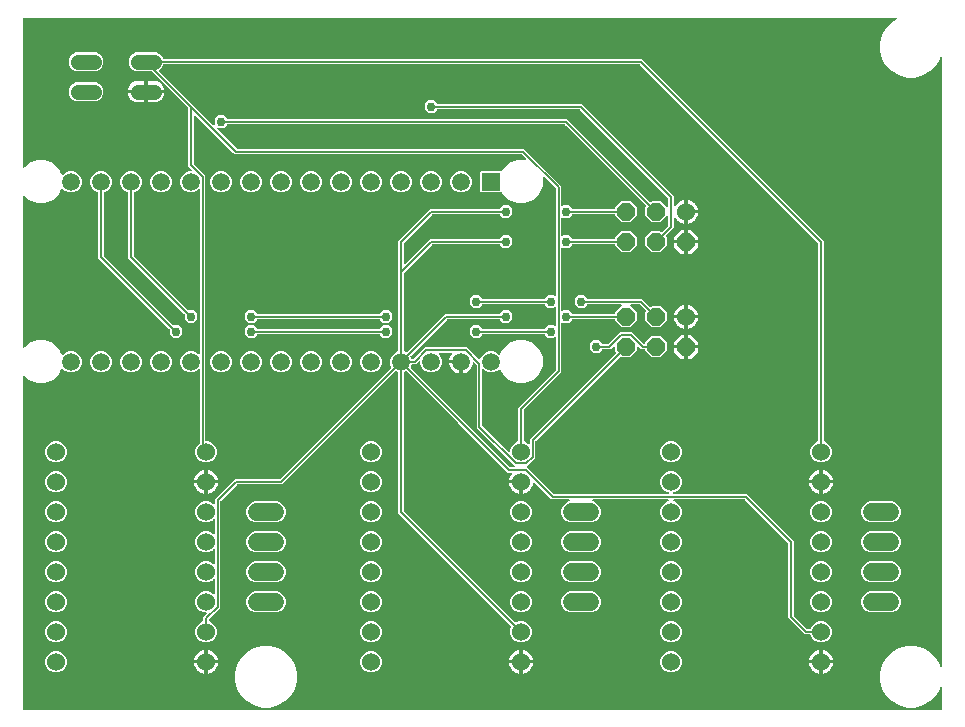
<source format=gbr>
G04 EAGLE Gerber RS-274X export*
G75*
%MOMM*%
%FSLAX34Y34*%
%LPD*%
%INTop Copper*%
%IPPOS*%
%AMOC8*
5,1,8,0,0,1.08239X$1,22.5*%
G01*
%ADD10C,1.524000*%
%ADD11R,1.508000X1.508000*%
%ADD12C,1.508000*%
%ADD13C,1.524000*%
%ADD14P,1.649562X8X202.500000*%
%ADD15C,1.308000*%
%ADD16C,0.152400*%
%ADD17C,0.756400*%

G36*
X787643Y10200D02*
X787643Y10200D01*
X787660Y10210D01*
X787680Y10214D01*
X787769Y10267D01*
X787860Y10316D01*
X787874Y10330D01*
X787891Y10340D01*
X787958Y10419D01*
X788030Y10494D01*
X788038Y10512D01*
X788051Y10527D01*
X788090Y10623D01*
X788133Y10717D01*
X788135Y10737D01*
X788143Y10755D01*
X788161Y10922D01*
X788161Y28876D01*
X788157Y28899D01*
X788160Y28923D01*
X788138Y29020D01*
X788122Y29118D01*
X788110Y29140D01*
X788105Y29163D01*
X788053Y29248D01*
X788006Y29336D01*
X787989Y29352D01*
X787976Y29373D01*
X787900Y29437D01*
X787828Y29505D01*
X787806Y29515D01*
X787788Y29531D01*
X787695Y29567D01*
X787605Y29609D01*
X787581Y29611D01*
X787559Y29620D01*
X787459Y29625D01*
X787361Y29636D01*
X787337Y29631D01*
X787313Y29632D01*
X787217Y29605D01*
X787120Y29584D01*
X787100Y29571D01*
X787076Y29565D01*
X786994Y29508D01*
X786909Y29457D01*
X786893Y29439D01*
X786874Y29425D01*
X786814Y29346D01*
X786749Y29270D01*
X786740Y29248D01*
X786726Y29229D01*
X786665Y29073D01*
X786378Y28002D01*
X782934Y22037D01*
X778063Y17166D01*
X772098Y13722D01*
X765444Y11939D01*
X758556Y11939D01*
X751902Y13722D01*
X745937Y17166D01*
X741066Y22037D01*
X737622Y28002D01*
X735839Y34656D01*
X735839Y41544D01*
X737622Y48198D01*
X741066Y54163D01*
X745937Y59034D01*
X751902Y62478D01*
X758556Y64261D01*
X765444Y64261D01*
X772098Y62478D01*
X778063Y59034D01*
X782934Y54163D01*
X786378Y48198D01*
X786665Y47127D01*
X786675Y47105D01*
X786679Y47082D01*
X786725Y46994D01*
X786766Y46903D01*
X786782Y46886D01*
X786794Y46864D01*
X786866Y46796D01*
X786933Y46723D01*
X786954Y46712D01*
X786972Y46695D01*
X787062Y46653D01*
X787149Y46606D01*
X787173Y46601D01*
X787195Y46591D01*
X787294Y46580D01*
X787392Y46563D01*
X787416Y46567D01*
X787439Y46564D01*
X787537Y46585D01*
X787635Y46600D01*
X787656Y46611D01*
X787680Y46616D01*
X787765Y46668D01*
X787854Y46713D01*
X787870Y46730D01*
X787891Y46743D01*
X787956Y46818D01*
X788025Y46890D01*
X788035Y46911D01*
X788051Y46930D01*
X788088Y47022D01*
X788131Y47111D01*
X788134Y47135D01*
X788143Y47158D01*
X788161Y47324D01*
X788161Y562276D01*
X788157Y562299D01*
X788160Y562323D01*
X788138Y562420D01*
X788122Y562518D01*
X788110Y562540D01*
X788105Y562563D01*
X788053Y562648D01*
X788006Y562736D01*
X787989Y562752D01*
X787976Y562773D01*
X787900Y562837D01*
X787828Y562905D01*
X787806Y562915D01*
X787788Y562931D01*
X787695Y562967D01*
X787605Y563009D01*
X787581Y563011D01*
X787559Y563020D01*
X787459Y563025D01*
X787361Y563036D01*
X787337Y563031D01*
X787313Y563032D01*
X787217Y563005D01*
X787120Y562984D01*
X787100Y562971D01*
X787076Y562965D01*
X786994Y562908D01*
X786909Y562857D01*
X786893Y562839D01*
X786874Y562825D01*
X786814Y562746D01*
X786749Y562670D01*
X786740Y562648D01*
X786726Y562629D01*
X786665Y562473D01*
X786378Y561402D01*
X782934Y555437D01*
X778063Y550566D01*
X772098Y547122D01*
X765444Y545339D01*
X758556Y545339D01*
X751902Y547122D01*
X745937Y550566D01*
X741066Y555437D01*
X738568Y559763D01*
X737622Y561402D01*
X735839Y568056D01*
X735839Y574944D01*
X737622Y581598D01*
X741066Y587563D01*
X745937Y592434D01*
X749895Y594719D01*
X749932Y594749D01*
X749974Y594772D01*
X750026Y594827D01*
X750085Y594875D01*
X750110Y594915D01*
X750144Y594950D01*
X750175Y595019D01*
X750216Y595083D01*
X750227Y595130D01*
X750247Y595173D01*
X750255Y595248D01*
X750273Y595322D01*
X750269Y595370D01*
X750274Y595417D01*
X750258Y595492D01*
X750251Y595567D01*
X750232Y595611D01*
X750222Y595658D01*
X750183Y595723D01*
X750153Y595792D01*
X750120Y595828D01*
X750096Y595869D01*
X750038Y595918D01*
X749987Y595974D01*
X749945Y595998D01*
X749909Y596029D01*
X749839Y596057D01*
X749772Y596094D01*
X749725Y596103D01*
X749681Y596121D01*
X749552Y596135D01*
X749531Y596139D01*
X749524Y596138D01*
X749514Y596139D01*
X10922Y596139D01*
X10902Y596136D01*
X10883Y596138D01*
X10781Y596116D01*
X10679Y596100D01*
X10662Y596090D01*
X10642Y596086D01*
X10553Y596033D01*
X10462Y595984D01*
X10448Y595970D01*
X10431Y595960D01*
X10364Y595881D01*
X10292Y595806D01*
X10284Y595788D01*
X10271Y595773D01*
X10232Y595677D01*
X10189Y595583D01*
X10187Y595563D01*
X10179Y595545D01*
X10161Y595378D01*
X10161Y469842D01*
X10172Y469772D01*
X10174Y469700D01*
X10192Y469651D01*
X10200Y469600D01*
X10234Y469536D01*
X10259Y469469D01*
X10291Y469428D01*
X10316Y469382D01*
X10368Y469333D01*
X10412Y469277D01*
X10456Y469249D01*
X10494Y469213D01*
X10559Y469183D01*
X10619Y469144D01*
X10670Y469131D01*
X10717Y469109D01*
X10788Y469101D01*
X10858Y469084D01*
X10910Y469088D01*
X10961Y469082D01*
X11032Y469097D01*
X11103Y469103D01*
X11151Y469123D01*
X11202Y469134D01*
X11263Y469171D01*
X11329Y469199D01*
X11385Y469244D01*
X11413Y469261D01*
X11428Y469278D01*
X11460Y469304D01*
X14968Y472812D01*
X21737Y475616D01*
X29063Y475616D01*
X35832Y472812D01*
X41012Y467632D01*
X42744Y463452D01*
X42768Y463413D01*
X42784Y463369D01*
X42832Y463309D01*
X42873Y463243D01*
X42909Y463213D01*
X42937Y463177D01*
X43003Y463135D01*
X43063Y463086D01*
X43105Y463069D01*
X43144Y463044D01*
X43220Y463025D01*
X43292Y462998D01*
X43338Y462996D01*
X43383Y462984D01*
X43460Y462990D01*
X43538Y462987D01*
X43582Y463000D01*
X43628Y463003D01*
X43699Y463034D01*
X43774Y463056D01*
X43812Y463082D01*
X43854Y463100D01*
X43961Y463185D01*
X43976Y463196D01*
X43979Y463200D01*
X43985Y463205D01*
X45665Y464885D01*
X48997Y466265D01*
X52603Y466265D01*
X55935Y464885D01*
X58485Y462335D01*
X59865Y459003D01*
X59865Y455397D01*
X58485Y452065D01*
X55935Y449515D01*
X52603Y448135D01*
X48997Y448135D01*
X45665Y449515D01*
X43985Y451195D01*
X43948Y451222D01*
X43917Y451256D01*
X43849Y451294D01*
X43785Y451339D01*
X43742Y451352D01*
X43701Y451375D01*
X43625Y451388D01*
X43550Y451411D01*
X43504Y451410D01*
X43459Y451418D01*
X43382Y451407D01*
X43304Y451405D01*
X43261Y451389D01*
X43216Y451382D01*
X43147Y451347D01*
X43073Y451320D01*
X43038Y451292D01*
X42997Y451271D01*
X42942Y451215D01*
X42881Y451167D01*
X42857Y451128D01*
X42824Y451095D01*
X42758Y450976D01*
X42748Y450960D01*
X42747Y450955D01*
X42744Y450948D01*
X41012Y446768D01*
X35832Y441588D01*
X29063Y438784D01*
X21737Y438784D01*
X14968Y441588D01*
X11460Y445096D01*
X11402Y445138D01*
X11350Y445187D01*
X11303Y445209D01*
X11261Y445240D01*
X11192Y445261D01*
X11127Y445291D01*
X11075Y445297D01*
X11025Y445312D01*
X10954Y445310D01*
X10883Y445318D01*
X10832Y445307D01*
X10780Y445306D01*
X10712Y445281D01*
X10642Y445266D01*
X10597Y445239D01*
X10549Y445221D01*
X10493Y445176D01*
X10431Y445139D01*
X10397Y445100D01*
X10357Y445067D01*
X10318Y445007D01*
X10271Y444953D01*
X10252Y444904D01*
X10224Y444860D01*
X10206Y444791D01*
X10179Y444724D01*
X10171Y444653D01*
X10163Y444622D01*
X10165Y444599D01*
X10161Y444558D01*
X10161Y317442D01*
X10172Y317372D01*
X10174Y317300D01*
X10192Y317251D01*
X10200Y317200D01*
X10234Y317136D01*
X10259Y317069D01*
X10291Y317028D01*
X10316Y316982D01*
X10368Y316933D01*
X10412Y316877D01*
X10456Y316849D01*
X10494Y316813D01*
X10559Y316783D01*
X10619Y316744D01*
X10670Y316731D01*
X10717Y316709D01*
X10788Y316701D01*
X10858Y316684D01*
X10910Y316688D01*
X10961Y316682D01*
X11032Y316697D01*
X11103Y316703D01*
X11151Y316723D01*
X11202Y316734D01*
X11263Y316771D01*
X11329Y316799D01*
X11385Y316844D01*
X11413Y316861D01*
X11428Y316878D01*
X11460Y316904D01*
X14968Y320412D01*
X21737Y323216D01*
X29063Y323216D01*
X35832Y320412D01*
X41012Y315232D01*
X42744Y311052D01*
X42768Y311013D01*
X42784Y310969D01*
X42832Y310909D01*
X42873Y310843D01*
X42909Y310813D01*
X42937Y310777D01*
X43003Y310735D01*
X43063Y310686D01*
X43105Y310669D01*
X43144Y310644D01*
X43220Y310625D01*
X43292Y310598D01*
X43338Y310596D01*
X43383Y310584D01*
X43460Y310590D01*
X43538Y310587D01*
X43582Y310600D01*
X43628Y310603D01*
X43699Y310634D01*
X43774Y310656D01*
X43812Y310682D01*
X43854Y310700D01*
X43961Y310785D01*
X43976Y310796D01*
X43979Y310800D01*
X43985Y310805D01*
X45665Y312485D01*
X48997Y313865D01*
X52603Y313865D01*
X55935Y312485D01*
X58485Y309935D01*
X59865Y306603D01*
X59865Y302997D01*
X58485Y299665D01*
X55935Y297115D01*
X52603Y295735D01*
X48997Y295735D01*
X45665Y297115D01*
X43985Y298795D01*
X43948Y298822D01*
X43917Y298856D01*
X43849Y298894D01*
X43785Y298939D01*
X43742Y298952D01*
X43701Y298975D01*
X43625Y298988D01*
X43550Y299011D01*
X43504Y299010D01*
X43459Y299018D01*
X43382Y299007D01*
X43304Y299005D01*
X43261Y298989D01*
X43216Y298982D01*
X43147Y298947D01*
X43073Y298920D01*
X43038Y298892D01*
X42997Y298871D01*
X42942Y298815D01*
X42881Y298767D01*
X42857Y298728D01*
X42824Y298695D01*
X42758Y298576D01*
X42748Y298560D01*
X42747Y298555D01*
X42744Y298548D01*
X41012Y294368D01*
X35832Y289188D01*
X29063Y286384D01*
X21737Y286384D01*
X14968Y289188D01*
X11460Y292696D01*
X11402Y292738D01*
X11350Y292787D01*
X11303Y292809D01*
X11261Y292840D01*
X11192Y292861D01*
X11127Y292891D01*
X11075Y292897D01*
X11025Y292912D01*
X10954Y292910D01*
X10883Y292918D01*
X10832Y292907D01*
X10780Y292906D01*
X10712Y292881D01*
X10642Y292866D01*
X10597Y292839D01*
X10549Y292821D01*
X10493Y292776D01*
X10431Y292739D01*
X10397Y292700D01*
X10357Y292667D01*
X10318Y292607D01*
X10271Y292553D01*
X10252Y292504D01*
X10224Y292460D01*
X10206Y292391D01*
X10179Y292324D01*
X10171Y292253D01*
X10163Y292222D01*
X10165Y292199D01*
X10161Y292158D01*
X10161Y10922D01*
X10164Y10902D01*
X10162Y10883D01*
X10184Y10781D01*
X10200Y10679D01*
X10210Y10662D01*
X10214Y10642D01*
X10267Y10553D01*
X10316Y10462D01*
X10330Y10448D01*
X10340Y10431D01*
X10419Y10364D01*
X10494Y10292D01*
X10512Y10284D01*
X10527Y10271D01*
X10623Y10232D01*
X10717Y10189D01*
X10737Y10187D01*
X10755Y10179D01*
X10922Y10161D01*
X787400Y10161D01*
X787420Y10164D01*
X787439Y10162D01*
X787541Y10184D01*
X787643Y10200D01*
G37*
%LPC*%
G36*
X511555Y402612D02*
X511555Y402612D01*
X511555Y403352D01*
X511552Y403372D01*
X511554Y403391D01*
X511532Y403493D01*
X511516Y403595D01*
X511506Y403612D01*
X511502Y403632D01*
X511449Y403721D01*
X511400Y403812D01*
X511386Y403826D01*
X511376Y403843D01*
X511297Y403910D01*
X511222Y403982D01*
X511204Y403990D01*
X511189Y404003D01*
X511093Y404042D01*
X510999Y404085D01*
X510979Y404087D01*
X510961Y404095D01*
X510794Y404113D01*
X475433Y404113D01*
X475343Y404099D01*
X475252Y404091D01*
X475223Y404079D01*
X475191Y404074D01*
X475110Y404031D01*
X475026Y403995D01*
X474994Y403969D01*
X474973Y403958D01*
X474951Y403935D01*
X474895Y403890D01*
X472098Y401093D01*
X467702Y401093D01*
X467263Y401532D01*
X467205Y401574D01*
X467153Y401623D01*
X467106Y401645D01*
X467064Y401675D01*
X466995Y401697D01*
X466930Y401727D01*
X466878Y401732D01*
X466828Y401748D01*
X466757Y401746D01*
X466686Y401754D01*
X466635Y401743D01*
X466583Y401741D01*
X466515Y401717D01*
X466445Y401702D01*
X466400Y401675D01*
X466352Y401657D01*
X466296Y401612D01*
X466234Y401575D01*
X466200Y401536D01*
X466160Y401503D01*
X466121Y401443D01*
X466074Y401388D01*
X466055Y401340D01*
X466027Y401296D01*
X466009Y401227D01*
X465982Y401160D01*
X465974Y401089D01*
X465966Y401058D01*
X465968Y401035D01*
X465964Y400994D01*
X465964Y348306D01*
X465975Y348236D01*
X465977Y348164D01*
X465995Y348115D01*
X466003Y348064D01*
X466037Y348000D01*
X466062Y347933D01*
X466094Y347892D01*
X466119Y347846D01*
X466170Y347797D01*
X466215Y347741D01*
X466259Y347713D01*
X466297Y347677D01*
X466362Y347647D01*
X466422Y347608D01*
X466473Y347595D01*
X466520Y347573D01*
X466591Y347565D01*
X466661Y347548D01*
X466713Y347552D01*
X466764Y347546D01*
X466835Y347561D01*
X466906Y347567D01*
X466954Y347587D01*
X467005Y347598D01*
X467066Y347635D01*
X467132Y347663D01*
X467188Y347708D01*
X467216Y347725D01*
X467231Y347742D01*
X467263Y347768D01*
X467702Y348207D01*
X472098Y348207D01*
X474895Y345410D01*
X474969Y345357D01*
X475039Y345297D01*
X475069Y345285D01*
X475095Y345266D01*
X475182Y345239D01*
X475267Y345205D01*
X475308Y345201D01*
X475330Y345194D01*
X475362Y345195D01*
X475433Y345187D01*
X510794Y345187D01*
X510814Y345190D01*
X510833Y345188D01*
X510935Y345210D01*
X511037Y345226D01*
X511054Y345236D01*
X511074Y345240D01*
X511163Y345293D01*
X511254Y345342D01*
X511268Y345356D01*
X511285Y345366D01*
X511352Y345445D01*
X511424Y345520D01*
X511432Y345538D01*
X511445Y345553D01*
X511484Y345649D01*
X511527Y345743D01*
X511529Y345763D01*
X511537Y345781D01*
X511555Y345948D01*
X511555Y346688D01*
X516881Y352014D01*
X516923Y352072D01*
X516972Y352124D01*
X516994Y352171D01*
X517025Y352213D01*
X517046Y352282D01*
X517076Y352347D01*
X517082Y352399D01*
X517097Y352449D01*
X517095Y352520D01*
X517103Y352591D01*
X517092Y352642D01*
X517091Y352694D01*
X517066Y352762D01*
X517051Y352832D01*
X517024Y352877D01*
X517006Y352925D01*
X516961Y352981D01*
X516925Y353043D01*
X516885Y353077D01*
X516853Y353117D01*
X516792Y353156D01*
X516738Y353203D01*
X516689Y353222D01*
X516646Y353250D01*
X516576Y353268D01*
X516510Y353295D01*
X516438Y353303D01*
X516407Y353311D01*
X516384Y353309D01*
X516343Y353313D01*
X488133Y353313D01*
X488043Y353299D01*
X487952Y353291D01*
X487923Y353279D01*
X487891Y353274D01*
X487810Y353231D01*
X487726Y353195D01*
X487694Y353169D01*
X487673Y353158D01*
X487651Y353135D01*
X487595Y353090D01*
X484798Y350293D01*
X480402Y350293D01*
X477293Y353402D01*
X477293Y357798D01*
X480402Y360907D01*
X484798Y360907D01*
X487595Y358110D01*
X487669Y358057D01*
X487739Y357997D01*
X487769Y357985D01*
X487795Y357966D01*
X487882Y357939D01*
X487967Y357905D01*
X488008Y357901D01*
X488030Y357894D01*
X488062Y357895D01*
X488133Y357887D01*
X534347Y357887D01*
X540712Y351522D01*
X540729Y351510D01*
X540741Y351494D01*
X540828Y351438D01*
X540912Y351378D01*
X540931Y351372D01*
X540948Y351361D01*
X541048Y351336D01*
X541147Y351306D01*
X541167Y351306D01*
X541186Y351301D01*
X541289Y351309D01*
X541393Y351312D01*
X541412Y351319D01*
X541432Y351320D01*
X541527Y351361D01*
X541624Y351396D01*
X541640Y351409D01*
X541658Y351417D01*
X541789Y351522D01*
X542312Y352045D01*
X549888Y352045D01*
X555245Y346688D01*
X555245Y339112D01*
X549888Y333755D01*
X542312Y333755D01*
X536955Y339112D01*
X536955Y346688D01*
X537478Y347211D01*
X537490Y347227D01*
X537506Y347240D01*
X537562Y347327D01*
X537622Y347411D01*
X537628Y347430D01*
X537639Y347447D01*
X537664Y347547D01*
X537694Y347646D01*
X537694Y347666D01*
X537699Y347685D01*
X537691Y347788D01*
X537688Y347892D01*
X537681Y347911D01*
X537680Y347930D01*
X537639Y348025D01*
X537604Y348123D01*
X537591Y348138D01*
X537583Y348157D01*
X537478Y348288D01*
X532676Y353090D01*
X532602Y353143D01*
X532532Y353203D01*
X532502Y353215D01*
X532476Y353234D01*
X532389Y353261D01*
X532304Y353295D01*
X532263Y353299D01*
X532241Y353306D01*
X532209Y353305D01*
X532137Y353313D01*
X525057Y353313D01*
X524986Y353302D01*
X524915Y353300D01*
X524866Y353282D01*
X524814Y353274D01*
X524751Y353240D01*
X524684Y353215D01*
X524643Y353183D01*
X524597Y353158D01*
X524548Y353106D01*
X524492Y353062D01*
X524463Y353018D01*
X524428Y352980D01*
X524397Y352915D01*
X524359Y352855D01*
X524346Y352804D01*
X524324Y352757D01*
X524316Y352686D01*
X524299Y352616D01*
X524303Y352564D01*
X524297Y352513D01*
X524312Y352442D01*
X524318Y352371D01*
X524338Y352323D01*
X524349Y352272D01*
X524386Y352211D01*
X524414Y352145D01*
X524459Y352089D01*
X524475Y352061D01*
X524493Y352046D01*
X524519Y352014D01*
X529845Y346688D01*
X529845Y339112D01*
X524488Y333755D01*
X516912Y333755D01*
X511555Y339112D01*
X511555Y339852D01*
X511552Y339872D01*
X511554Y339891D01*
X511532Y339993D01*
X511516Y340095D01*
X511506Y340112D01*
X511502Y340132D01*
X511449Y340221D01*
X511400Y340312D01*
X511386Y340326D01*
X511376Y340343D01*
X511297Y340410D01*
X511222Y340482D01*
X511204Y340490D01*
X511189Y340503D01*
X511093Y340542D01*
X510999Y340585D01*
X510979Y340587D01*
X510961Y340595D01*
X510794Y340613D01*
X475433Y340613D01*
X475343Y340599D01*
X475252Y340591D01*
X475223Y340579D01*
X475191Y340574D01*
X475110Y340531D01*
X475026Y340495D01*
X474994Y340469D01*
X474973Y340458D01*
X474951Y340435D01*
X474895Y340390D01*
X472098Y337593D01*
X467702Y337593D01*
X467263Y338032D01*
X467205Y338074D01*
X467153Y338123D01*
X467106Y338145D01*
X467064Y338175D01*
X466995Y338197D01*
X466930Y338227D01*
X466878Y338232D01*
X466828Y338248D01*
X466757Y338246D01*
X466686Y338254D01*
X466635Y338243D01*
X466583Y338241D01*
X466515Y338217D01*
X466445Y338202D01*
X466400Y338175D01*
X466352Y338157D01*
X466296Y338112D01*
X466234Y338075D01*
X466200Y338036D01*
X466160Y338003D01*
X466121Y337943D01*
X466074Y337888D01*
X466055Y337840D01*
X466027Y337796D01*
X466009Y337727D01*
X465982Y337660D01*
X465974Y337589D01*
X465966Y337558D01*
X465968Y337535D01*
X465964Y337494D01*
X465964Y295909D01*
X434310Y264255D01*
X434257Y264181D01*
X434197Y264112D01*
X434185Y264082D01*
X434166Y264056D01*
X434139Y263969D01*
X434105Y263884D01*
X434101Y263843D01*
X434094Y263821D01*
X434095Y263788D01*
X434087Y263717D01*
X434087Y238060D01*
X434106Y237945D01*
X434123Y237829D01*
X434125Y237823D01*
X434126Y237817D01*
X434181Y237714D01*
X434234Y237609D01*
X434239Y237605D01*
X434242Y237600D01*
X434326Y237520D01*
X434410Y237437D01*
X434416Y237434D01*
X434420Y237430D01*
X434437Y237422D01*
X434557Y237356D01*
X436980Y236353D01*
X438120Y235213D01*
X438178Y235171D01*
X438230Y235122D01*
X438277Y235100D01*
X438319Y235069D01*
X438388Y235048D01*
X438453Y235018D01*
X438505Y235012D01*
X438555Y234997D01*
X438626Y234999D01*
X438697Y234991D01*
X438748Y235002D01*
X438800Y235003D01*
X438868Y235028D01*
X438938Y235043D01*
X438983Y235070D01*
X439031Y235088D01*
X439087Y235133D01*
X439149Y235169D01*
X439183Y235209D01*
X439223Y235241D01*
X439262Y235302D01*
X439309Y235356D01*
X439328Y235405D01*
X439356Y235448D01*
X439374Y235518D01*
X439401Y235584D01*
X439409Y235656D01*
X439417Y235687D01*
X439415Y235710D01*
X439419Y235751D01*
X439419Y239453D01*
X512078Y312112D01*
X512090Y312129D01*
X512106Y312141D01*
X512162Y312228D01*
X512222Y312312D01*
X512228Y312331D01*
X512239Y312348D01*
X512264Y312448D01*
X512294Y312547D01*
X512294Y312567D01*
X512299Y312586D01*
X512291Y312689D01*
X512288Y312793D01*
X512281Y312812D01*
X512280Y312832D01*
X512239Y312927D01*
X512204Y313024D01*
X512191Y313040D01*
X512183Y313058D01*
X512078Y313189D01*
X511555Y313712D01*
X511555Y317293D01*
X511544Y317364D01*
X511542Y317435D01*
X511524Y317484D01*
X511516Y317536D01*
X511482Y317599D01*
X511457Y317666D01*
X511425Y317707D01*
X511400Y317753D01*
X511348Y317802D01*
X511304Y317858D01*
X511260Y317886D01*
X511222Y317922D01*
X511157Y317952D01*
X511097Y317991D01*
X511046Y318004D01*
X510999Y318026D01*
X510928Y318034D01*
X510858Y318051D01*
X510806Y318047D01*
X510755Y318053D01*
X510684Y318038D01*
X510613Y318032D01*
X510565Y318012D01*
X510514Y318001D01*
X510453Y317964D01*
X510387Y317936D01*
X510331Y317891D01*
X510303Y317875D01*
X510288Y317857D01*
X510256Y317831D01*
X507638Y315213D01*
X500833Y315213D01*
X500743Y315199D01*
X500652Y315191D01*
X500623Y315179D01*
X500591Y315174D01*
X500510Y315131D01*
X500426Y315095D01*
X500394Y315069D01*
X500373Y315058D01*
X500351Y315035D01*
X500295Y314990D01*
X497498Y312193D01*
X493102Y312193D01*
X489993Y315302D01*
X489993Y319698D01*
X493102Y322807D01*
X497498Y322807D01*
X500295Y320010D01*
X500369Y319957D01*
X500439Y319897D01*
X500469Y319885D01*
X500495Y319866D01*
X500582Y319839D01*
X500667Y319805D01*
X500708Y319801D01*
X500730Y319794D01*
X500762Y319795D01*
X500833Y319787D01*
X505428Y319787D01*
X505518Y319801D01*
X505609Y319809D01*
X505639Y319821D01*
X505671Y319826D01*
X505752Y319869D01*
X505836Y319905D01*
X505868Y319931D01*
X505888Y319942D01*
X505911Y319965D01*
X505967Y320010D01*
X514087Y328130D01*
X515650Y329693D01*
X525750Y329693D01*
X527313Y328130D01*
X535433Y320010D01*
X535507Y319957D01*
X535577Y319897D01*
X535607Y319885D01*
X535633Y319866D01*
X535720Y319839D01*
X535805Y319805D01*
X535846Y319801D01*
X535868Y319794D01*
X535900Y319795D01*
X535972Y319787D01*
X536194Y319787D01*
X536214Y319790D01*
X536233Y319788D01*
X536335Y319810D01*
X536437Y319826D01*
X536454Y319836D01*
X536474Y319840D01*
X536563Y319893D01*
X536654Y319942D01*
X536668Y319956D01*
X536685Y319966D01*
X536752Y320045D01*
X536824Y320120D01*
X536832Y320138D01*
X536845Y320153D01*
X536884Y320249D01*
X536927Y320343D01*
X536929Y320363D01*
X536937Y320381D01*
X536955Y320548D01*
X536955Y321288D01*
X542312Y326645D01*
X549888Y326645D01*
X555245Y321288D01*
X555245Y313712D01*
X549888Y308355D01*
X542312Y308355D01*
X536955Y313712D01*
X536955Y314452D01*
X536952Y314472D01*
X536954Y314491D01*
X536932Y314593D01*
X536916Y314695D01*
X536906Y314712D01*
X536902Y314732D01*
X536849Y314821D01*
X536800Y314912D01*
X536786Y314926D01*
X536776Y314943D01*
X536697Y315010D01*
X536622Y315082D01*
X536604Y315090D01*
X536589Y315103D01*
X536493Y315142D01*
X536399Y315185D01*
X536379Y315187D01*
X536361Y315195D01*
X536194Y315213D01*
X533762Y315213D01*
X531144Y317831D01*
X531086Y317873D01*
X531034Y317922D01*
X530987Y317944D01*
X530945Y317975D01*
X530876Y317996D01*
X530811Y318026D01*
X530759Y318032D01*
X530709Y318047D01*
X530638Y318045D01*
X530567Y318053D01*
X530516Y318042D01*
X530464Y318041D01*
X530396Y318016D01*
X530326Y318001D01*
X530281Y317974D01*
X530233Y317956D01*
X530177Y317911D01*
X530115Y317875D01*
X530081Y317835D01*
X530041Y317802D01*
X530002Y317742D01*
X529955Y317688D01*
X529936Y317639D01*
X529908Y317596D01*
X529890Y317526D01*
X529863Y317460D01*
X529855Y317388D01*
X529847Y317357D01*
X529849Y317334D01*
X529845Y317293D01*
X529845Y313712D01*
X524488Y308355D01*
X516912Y308355D01*
X516389Y308878D01*
X516373Y308890D01*
X516360Y308906D01*
X516273Y308962D01*
X516189Y309022D01*
X516170Y309028D01*
X516153Y309039D01*
X516053Y309064D01*
X515954Y309094D01*
X515934Y309094D01*
X515915Y309099D01*
X515812Y309091D01*
X515708Y309088D01*
X515689Y309081D01*
X515670Y309080D01*
X515575Y309039D01*
X515477Y309004D01*
X515462Y308991D01*
X515443Y308983D01*
X515312Y308878D01*
X444216Y237782D01*
X444163Y237708D01*
X444103Y237638D01*
X444091Y237608D01*
X444072Y237582D01*
X444045Y237495D01*
X444011Y237410D01*
X444007Y237369D01*
X444000Y237347D01*
X444001Y237315D01*
X443993Y237243D01*
X443993Y223550D01*
X436881Y216438D01*
X436870Y216422D01*
X436854Y216410D01*
X436798Y216322D01*
X436738Y216239D01*
X436732Y216220D01*
X436721Y216203D01*
X436696Y216102D01*
X436666Y216003D01*
X436666Y215984D01*
X436661Y215964D01*
X436669Y215861D01*
X436672Y215758D01*
X436679Y215739D01*
X436680Y215719D01*
X436721Y215624D01*
X436756Y215527D01*
X436769Y215511D01*
X436777Y215493D01*
X436881Y215362D01*
X438413Y213830D01*
X459233Y193010D01*
X459307Y192957D01*
X459377Y192897D01*
X459407Y192885D01*
X459433Y192866D01*
X459520Y192839D01*
X459605Y192805D01*
X459646Y192801D01*
X459668Y192794D01*
X459700Y192795D01*
X459772Y192787D01*
X556216Y192787D01*
X556313Y192802D01*
X556410Y192812D01*
X556433Y192822D01*
X556459Y192826D01*
X556545Y192872D01*
X556634Y192912D01*
X556654Y192929D01*
X556677Y192942D01*
X556744Y193012D01*
X556815Y193078D01*
X556828Y193101D01*
X556846Y193120D01*
X556887Y193208D01*
X556934Y193294D01*
X556939Y193319D01*
X556950Y193343D01*
X556960Y193440D01*
X556978Y193536D01*
X556974Y193562D01*
X556977Y193587D01*
X556956Y193683D01*
X556942Y193779D01*
X556930Y193802D01*
X556924Y193828D01*
X556875Y193911D01*
X556830Y193998D01*
X556812Y194017D01*
X556798Y194039D01*
X556724Y194102D01*
X556655Y194170D01*
X556626Y194186D01*
X556611Y194199D01*
X556581Y194211D01*
X556508Y194251D01*
X553620Y195447D01*
X551047Y198020D01*
X549655Y201381D01*
X549655Y205019D01*
X551047Y208380D01*
X553620Y210953D01*
X556981Y212345D01*
X560619Y212345D01*
X563980Y210953D01*
X566553Y208380D01*
X567945Y205019D01*
X567945Y201381D01*
X566553Y198020D01*
X563980Y195447D01*
X561092Y194251D01*
X561009Y194200D01*
X560923Y194154D01*
X560905Y194135D01*
X560883Y194122D01*
X560821Y194047D01*
X560754Y193976D01*
X560743Y193952D01*
X560726Y193932D01*
X560691Y193841D01*
X560650Y193753D01*
X560648Y193727D01*
X560638Y193703D01*
X560634Y193605D01*
X560623Y193509D01*
X560629Y193483D01*
X560628Y193457D01*
X560655Y193363D01*
X560676Y193268D01*
X560689Y193246D01*
X560696Y193221D01*
X560752Y193141D01*
X560802Y193057D01*
X560822Y193040D01*
X560837Y193019D01*
X560915Y192960D01*
X560989Y192897D01*
X561013Y192887D01*
X561034Y192872D01*
X561126Y192842D01*
X561217Y192805D01*
X561249Y192802D01*
X561268Y192796D01*
X561301Y192796D01*
X561384Y192787D01*
X623247Y192787D01*
X624810Y191224D01*
X661124Y154910D01*
X662687Y153347D01*
X662687Y90163D01*
X662701Y90072D01*
X662709Y89982D01*
X662721Y89952D01*
X662726Y89920D01*
X662769Y89839D01*
X662805Y89755D01*
X662831Y89723D01*
X662842Y89702D01*
X662865Y89680D01*
X662910Y89624D01*
X673824Y78710D01*
X673898Y78657D01*
X673968Y78597D01*
X673998Y78585D01*
X674024Y78566D01*
X674111Y78539D01*
X674196Y78505D01*
X674237Y78501D01*
X674259Y78494D01*
X674291Y78495D01*
X674363Y78487D01*
X676340Y78487D01*
X676455Y78506D01*
X676571Y78523D01*
X676577Y78525D01*
X676583Y78526D01*
X676686Y78581D01*
X676791Y78634D01*
X676795Y78639D01*
X676800Y78642D01*
X676880Y78726D01*
X676963Y78810D01*
X676966Y78816D01*
X676970Y78820D01*
X676978Y78837D01*
X677044Y78957D01*
X678047Y81380D01*
X680620Y83953D01*
X683981Y85345D01*
X687619Y85345D01*
X690980Y83953D01*
X693553Y81380D01*
X694945Y78019D01*
X694945Y74381D01*
X693553Y71020D01*
X690980Y68447D01*
X687619Y67055D01*
X683981Y67055D01*
X680620Y68447D01*
X678047Y71020D01*
X677044Y73443D01*
X676982Y73543D01*
X676922Y73643D01*
X676917Y73647D01*
X676914Y73652D01*
X676824Y73727D01*
X676735Y73803D01*
X676729Y73805D01*
X676725Y73809D01*
X676616Y73851D01*
X676507Y73895D01*
X676500Y73896D01*
X676495Y73897D01*
X676477Y73898D01*
X676340Y73913D01*
X672153Y73913D01*
X658113Y87953D01*
X658113Y151138D01*
X658099Y151228D01*
X658091Y151319D01*
X658079Y151348D01*
X658074Y151380D01*
X658031Y151461D01*
X657995Y151545D01*
X657969Y151577D01*
X657958Y151598D01*
X657935Y151620D01*
X657890Y151676D01*
X621576Y187990D01*
X621502Y188043D01*
X621432Y188103D01*
X621402Y188115D01*
X621376Y188134D01*
X621289Y188161D01*
X621204Y188195D01*
X621163Y188199D01*
X621141Y188206D01*
X621109Y188205D01*
X621038Y188213D01*
X561384Y188213D01*
X561287Y188198D01*
X561190Y188188D01*
X561167Y188178D01*
X561141Y188174D01*
X561055Y188128D01*
X560966Y188088D01*
X560946Y188071D01*
X560923Y188058D01*
X560856Y187988D01*
X560785Y187922D01*
X560772Y187899D01*
X560754Y187880D01*
X560713Y187792D01*
X560666Y187706D01*
X560661Y187681D01*
X560650Y187657D01*
X560640Y187560D01*
X560622Y187464D01*
X560626Y187438D01*
X560623Y187413D01*
X560644Y187317D01*
X560658Y187221D01*
X560670Y187198D01*
X560676Y187172D01*
X560725Y187089D01*
X560770Y187002D01*
X560788Y186983D01*
X560802Y186961D01*
X560876Y186898D01*
X560945Y186830D01*
X560974Y186814D01*
X560989Y186801D01*
X561019Y186789D01*
X561092Y186749D01*
X563980Y185553D01*
X566553Y182980D01*
X567945Y179619D01*
X567945Y175981D01*
X566553Y172620D01*
X563980Y170047D01*
X560619Y168655D01*
X556981Y168655D01*
X553620Y170047D01*
X551047Y172620D01*
X549655Y175981D01*
X549655Y179619D01*
X551047Y182980D01*
X553620Y185553D01*
X556508Y186749D01*
X556591Y186800D01*
X556677Y186846D01*
X556695Y186865D01*
X556717Y186878D01*
X556779Y186953D01*
X556846Y187024D01*
X556857Y187048D01*
X556874Y187068D01*
X556909Y187159D01*
X556950Y187247D01*
X556952Y187273D01*
X556962Y187297D01*
X556966Y187395D01*
X556977Y187491D01*
X556971Y187517D01*
X556972Y187543D01*
X556945Y187637D01*
X556924Y187732D01*
X556911Y187754D01*
X556904Y187779D01*
X556848Y187859D01*
X556798Y187943D01*
X556778Y187960D01*
X556763Y187981D01*
X556685Y188040D01*
X556611Y188103D01*
X556587Y188113D01*
X556566Y188128D01*
X556474Y188158D01*
X556383Y188195D01*
X556351Y188198D01*
X556332Y188204D01*
X556299Y188204D01*
X556216Y188213D01*
X492804Y188213D01*
X492707Y188198D01*
X492610Y188188D01*
X492587Y188178D01*
X492561Y188174D01*
X492475Y188128D01*
X492386Y188088D01*
X492366Y188071D01*
X492343Y188058D01*
X492276Y187988D01*
X492205Y187922D01*
X492192Y187899D01*
X492174Y187880D01*
X492133Y187792D01*
X492086Y187706D01*
X492081Y187681D01*
X492070Y187657D01*
X492060Y187560D01*
X492042Y187464D01*
X492046Y187438D01*
X492043Y187413D01*
X492064Y187317D01*
X492078Y187221D01*
X492090Y187198D01*
X492096Y187172D01*
X492145Y187089D01*
X492190Y187002D01*
X492208Y186983D01*
X492222Y186961D01*
X492296Y186898D01*
X492365Y186830D01*
X492394Y186814D01*
X492409Y186801D01*
X492439Y186789D01*
X492512Y186749D01*
X495400Y185553D01*
X497973Y182980D01*
X499365Y179619D01*
X499365Y175981D01*
X497973Y172620D01*
X495400Y170047D01*
X492039Y168655D01*
X473161Y168655D01*
X469800Y170047D01*
X467227Y172620D01*
X465835Y175981D01*
X465835Y179619D01*
X467227Y182980D01*
X469800Y185553D01*
X472688Y186749D01*
X472771Y186800D01*
X472857Y186846D01*
X472875Y186865D01*
X472897Y186878D01*
X472959Y186953D01*
X473026Y187024D01*
X473037Y187048D01*
X473054Y187068D01*
X473089Y187159D01*
X473130Y187247D01*
X473132Y187273D01*
X473142Y187297D01*
X473146Y187395D01*
X473157Y187491D01*
X473151Y187517D01*
X473152Y187543D01*
X473125Y187637D01*
X473104Y187732D01*
X473091Y187754D01*
X473084Y187779D01*
X473028Y187859D01*
X472978Y187943D01*
X472958Y187960D01*
X472943Y187981D01*
X472865Y188040D01*
X472791Y188103D01*
X472767Y188113D01*
X472746Y188128D01*
X472654Y188158D01*
X472563Y188195D01*
X472531Y188198D01*
X472512Y188204D01*
X472479Y188204D01*
X472396Y188213D01*
X457562Y188213D01*
X456000Y189776D01*
X443211Y202565D01*
X443201Y202572D01*
X443194Y202581D01*
X443103Y202642D01*
X443098Y202647D01*
X443095Y202648D01*
X443011Y202708D01*
X442999Y202712D01*
X442989Y202719D01*
X442882Y202748D01*
X442776Y202781D01*
X442764Y202780D01*
X442752Y202784D01*
X442642Y202777D01*
X442530Y202774D01*
X442519Y202770D01*
X442507Y202770D01*
X442404Y202728D01*
X442299Y202690D01*
X442289Y202682D01*
X442278Y202678D01*
X442194Y202606D01*
X442107Y202536D01*
X442100Y202526D01*
X442091Y202518D01*
X442034Y202423D01*
X441974Y202329D01*
X441971Y202318D01*
X441965Y202307D01*
X441937Y202207D01*
X441934Y202201D01*
X441933Y202193D01*
X441920Y202146D01*
X441711Y200821D01*
X441216Y199300D01*
X440490Y197875D01*
X439550Y196581D01*
X438419Y195450D01*
X437125Y194510D01*
X435700Y193784D01*
X434179Y193289D01*
X433323Y193154D01*
X433323Y202438D01*
X433320Y202458D01*
X433322Y202477D01*
X433300Y202579D01*
X433283Y202681D01*
X433274Y202698D01*
X433270Y202718D01*
X433217Y202807D01*
X433168Y202898D01*
X433154Y202912D01*
X433144Y202929D01*
X433065Y202996D01*
X432990Y203067D01*
X432972Y203076D01*
X432957Y203089D01*
X432861Y203127D01*
X432767Y203171D01*
X432747Y203173D01*
X432729Y203181D01*
X432562Y203199D01*
X431799Y203199D01*
X431799Y203962D01*
X431796Y203982D01*
X431798Y204001D01*
X431776Y204103D01*
X431759Y204205D01*
X431750Y204222D01*
X431746Y204242D01*
X431693Y204331D01*
X431644Y204422D01*
X431630Y204436D01*
X431620Y204453D01*
X431541Y204520D01*
X431466Y204591D01*
X431448Y204600D01*
X431433Y204613D01*
X431337Y204652D01*
X431243Y204695D01*
X431223Y204697D01*
X431205Y204705D01*
X431038Y204723D01*
X421754Y204723D01*
X421889Y205579D01*
X422384Y207100D01*
X423110Y208525D01*
X423898Y209611D01*
X423904Y209621D01*
X423912Y209630D01*
X423959Y209730D01*
X424009Y209830D01*
X424010Y209842D01*
X424015Y209853D01*
X424028Y209963D01*
X424043Y210074D01*
X424041Y210086D01*
X424043Y210097D01*
X424019Y210206D01*
X423999Y210316D01*
X423993Y210326D01*
X423990Y210338D01*
X423933Y210433D01*
X423879Y210531D01*
X423870Y210539D01*
X423864Y210549D01*
X423780Y210621D01*
X423697Y210696D01*
X423686Y210701D01*
X423677Y210709D01*
X423573Y210751D01*
X423472Y210795D01*
X423460Y210796D01*
X423449Y210801D01*
X423282Y210819D01*
X420947Y210819D01*
X419384Y212382D01*
X378536Y253230D01*
X335211Y296555D01*
X335117Y296623D01*
X335022Y296693D01*
X335016Y296695D01*
X335011Y296699D01*
X334900Y296733D01*
X334788Y296769D01*
X334782Y296769D01*
X334776Y296771D01*
X334659Y296768D01*
X334542Y296767D01*
X334535Y296765D01*
X334530Y296765D01*
X334513Y296758D01*
X334381Y296720D01*
X332957Y296130D01*
X332857Y296069D01*
X332757Y296009D01*
X332753Y296004D01*
X332748Y296001D01*
X332673Y295911D01*
X332597Y295822D01*
X332595Y295816D01*
X332591Y295811D01*
X332549Y295703D01*
X332505Y295594D01*
X332504Y295586D01*
X332503Y295582D01*
X332502Y295563D01*
X332487Y295427D01*
X332487Y179063D01*
X332501Y178972D01*
X332509Y178882D01*
X332521Y178852D01*
X332526Y178820D01*
X332569Y178739D01*
X332605Y178655D01*
X332631Y178623D01*
X332642Y178602D01*
X332665Y178580D01*
X332710Y178524D01*
X426728Y84506D01*
X426822Y84438D01*
X426917Y84368D01*
X426923Y84366D01*
X426928Y84362D01*
X427039Y84328D01*
X427151Y84292D01*
X427157Y84292D01*
X427163Y84290D01*
X427280Y84293D01*
X427396Y84294D01*
X427404Y84296D01*
X427409Y84296D01*
X427426Y84303D01*
X427558Y84341D01*
X429981Y85345D01*
X433619Y85345D01*
X436980Y83953D01*
X439553Y81380D01*
X440945Y78019D01*
X440945Y74381D01*
X439553Y71020D01*
X436980Y68447D01*
X433619Y67055D01*
X429981Y67055D01*
X426620Y68447D01*
X424047Y71020D01*
X422655Y74381D01*
X422655Y78019D01*
X423659Y80442D01*
X423686Y80556D01*
X423714Y80670D01*
X423714Y80676D01*
X423715Y80682D01*
X423704Y80798D01*
X423695Y80915D01*
X423693Y80920D01*
X423692Y80927D01*
X423644Y81034D01*
X423599Y81141D01*
X423594Y81147D01*
X423592Y81151D01*
X423579Y81165D01*
X423494Y81272D01*
X327913Y176853D01*
X327913Y295427D01*
X327894Y295542D01*
X327877Y295658D01*
X327875Y295664D01*
X327874Y295670D01*
X327819Y295772D01*
X327766Y295877D01*
X327761Y295882D01*
X327758Y295887D01*
X327674Y295967D01*
X327590Y296049D01*
X327584Y296053D01*
X327580Y296056D01*
X327563Y296064D01*
X327443Y296130D01*
X326019Y296720D01*
X325905Y296747D01*
X325792Y296776D01*
X325785Y296775D01*
X325779Y296776D01*
X325663Y296765D01*
X325546Y296756D01*
X325541Y296754D01*
X325534Y296753D01*
X325427Y296706D01*
X325320Y296660D01*
X325314Y296655D01*
X325310Y296653D01*
X325296Y296641D01*
X325189Y296555D01*
X231110Y202476D01*
X229547Y200913D01*
X191763Y200913D01*
X191672Y200899D01*
X191582Y200891D01*
X191552Y200879D01*
X191520Y200874D01*
X191439Y200831D01*
X191355Y200795D01*
X191323Y200769D01*
X191302Y200758D01*
X191280Y200735D01*
X191224Y200690D01*
X177516Y186982D01*
X177463Y186908D01*
X177403Y186838D01*
X177391Y186808D01*
X177372Y186782D01*
X177345Y186695D01*
X177311Y186610D01*
X177307Y186569D01*
X177300Y186547D01*
X177301Y186515D01*
X177293Y186443D01*
X177293Y96550D01*
X167610Y86867D01*
X167557Y86793D01*
X167497Y86723D01*
X167485Y86693D01*
X167466Y86667D01*
X167439Y86580D01*
X167405Y86495D01*
X167401Y86454D01*
X167394Y86432D01*
X167395Y86400D01*
X167387Y86328D01*
X167387Y85660D01*
X167406Y85545D01*
X167423Y85429D01*
X167425Y85423D01*
X167426Y85417D01*
X167481Y85314D01*
X167534Y85209D01*
X167539Y85205D01*
X167542Y85200D01*
X167626Y85120D01*
X167710Y85037D01*
X167716Y85034D01*
X167720Y85030D01*
X167737Y85022D01*
X167857Y84956D01*
X170280Y83953D01*
X172853Y81380D01*
X174245Y78019D01*
X174245Y74381D01*
X172853Y71020D01*
X170280Y68447D01*
X166919Y67055D01*
X163281Y67055D01*
X159920Y68447D01*
X157347Y71020D01*
X155955Y74381D01*
X155955Y78019D01*
X157347Y81380D01*
X159920Y83953D01*
X162343Y84956D01*
X162443Y85018D01*
X162543Y85078D01*
X162547Y85083D01*
X162552Y85086D01*
X162627Y85176D01*
X162703Y85265D01*
X162705Y85271D01*
X162709Y85275D01*
X162751Y85384D01*
X162795Y85493D01*
X162796Y85500D01*
X162797Y85505D01*
X162798Y85523D01*
X162813Y85660D01*
X162813Y88538D01*
X165431Y91156D01*
X165473Y91214D01*
X165522Y91266D01*
X165544Y91313D01*
X165575Y91355D01*
X165596Y91424D01*
X165626Y91489D01*
X165632Y91541D01*
X165647Y91591D01*
X165645Y91662D01*
X165653Y91733D01*
X165642Y91784D01*
X165641Y91836D01*
X165616Y91904D01*
X165601Y91974D01*
X165574Y92019D01*
X165556Y92067D01*
X165511Y92123D01*
X165475Y92185D01*
X165435Y92219D01*
X165402Y92259D01*
X165342Y92298D01*
X165288Y92345D01*
X165239Y92364D01*
X165196Y92392D01*
X165126Y92410D01*
X165060Y92437D01*
X164988Y92445D01*
X164957Y92453D01*
X164934Y92451D01*
X164893Y92455D01*
X163281Y92455D01*
X159920Y93847D01*
X157347Y96420D01*
X155955Y99781D01*
X155955Y103419D01*
X157347Y106780D01*
X159920Y109353D01*
X163281Y110745D01*
X166919Y110745D01*
X170280Y109353D01*
X171420Y108213D01*
X171478Y108171D01*
X171530Y108122D01*
X171577Y108100D01*
X171619Y108069D01*
X171688Y108048D01*
X171753Y108018D01*
X171805Y108012D01*
X171855Y107997D01*
X171926Y107999D01*
X171997Y107991D01*
X172048Y108002D01*
X172100Y108003D01*
X172168Y108028D01*
X172238Y108043D01*
X172283Y108070D01*
X172331Y108088D01*
X172387Y108133D01*
X172449Y108169D01*
X172483Y108209D01*
X172523Y108241D01*
X172562Y108302D01*
X172609Y108356D01*
X172628Y108405D01*
X172656Y108448D01*
X172674Y108518D01*
X172701Y108584D01*
X172709Y108656D01*
X172717Y108687D01*
X172715Y108710D01*
X172719Y108751D01*
X172719Y119849D01*
X172708Y119920D01*
X172706Y119991D01*
X172688Y120040D01*
X172680Y120092D01*
X172646Y120155D01*
X172621Y120222D01*
X172589Y120263D01*
X172564Y120309D01*
X172512Y120358D01*
X172468Y120414D01*
X172424Y120443D01*
X172386Y120478D01*
X172321Y120509D01*
X172261Y120547D01*
X172210Y120560D01*
X172163Y120582D01*
X172092Y120590D01*
X172022Y120607D01*
X171970Y120603D01*
X171919Y120609D01*
X171848Y120594D01*
X171777Y120588D01*
X171729Y120568D01*
X171678Y120557D01*
X171617Y120520D01*
X171551Y120492D01*
X171495Y120447D01*
X171467Y120431D01*
X171452Y120413D01*
X171420Y120387D01*
X170280Y119247D01*
X166919Y117855D01*
X163281Y117855D01*
X159920Y119247D01*
X158718Y120449D01*
X157347Y121820D01*
X155955Y125181D01*
X155955Y128819D01*
X157347Y132180D01*
X159920Y134753D01*
X163281Y136145D01*
X166919Y136145D01*
X170280Y134753D01*
X171420Y133613D01*
X171478Y133571D01*
X171530Y133522D01*
X171577Y133500D01*
X171619Y133469D01*
X171688Y133448D01*
X171753Y133418D01*
X171805Y133412D01*
X171855Y133397D01*
X171926Y133399D01*
X171997Y133391D01*
X172048Y133402D01*
X172100Y133403D01*
X172168Y133428D01*
X172238Y133443D01*
X172283Y133470D01*
X172331Y133488D01*
X172387Y133533D01*
X172449Y133569D01*
X172483Y133609D01*
X172523Y133641D01*
X172562Y133702D01*
X172609Y133756D01*
X172628Y133805D01*
X172656Y133848D01*
X172674Y133918D01*
X172701Y133984D01*
X172709Y134056D01*
X172717Y134087D01*
X172715Y134110D01*
X172719Y134151D01*
X172719Y145249D01*
X172708Y145320D01*
X172706Y145391D01*
X172688Y145440D01*
X172680Y145492D01*
X172646Y145555D01*
X172621Y145622D01*
X172589Y145663D01*
X172564Y145709D01*
X172512Y145758D01*
X172468Y145814D01*
X172424Y145843D01*
X172386Y145878D01*
X172321Y145909D01*
X172261Y145947D01*
X172210Y145960D01*
X172163Y145982D01*
X172092Y145990D01*
X172022Y146007D01*
X171970Y146003D01*
X171919Y146009D01*
X171848Y145994D01*
X171777Y145988D01*
X171729Y145968D01*
X171678Y145957D01*
X171617Y145920D01*
X171551Y145892D01*
X171495Y145847D01*
X171467Y145831D01*
X171452Y145813D01*
X171420Y145787D01*
X170280Y144647D01*
X166919Y143255D01*
X163281Y143255D01*
X159920Y144647D01*
X157347Y147220D01*
X155955Y150581D01*
X155955Y154219D01*
X157347Y157580D01*
X159920Y160153D01*
X163281Y161545D01*
X166919Y161545D01*
X170280Y160153D01*
X171420Y159013D01*
X171478Y158971D01*
X171530Y158922D01*
X171577Y158900D01*
X171619Y158869D01*
X171688Y158848D01*
X171753Y158818D01*
X171805Y158812D01*
X171855Y158797D01*
X171926Y158799D01*
X171997Y158791D01*
X172048Y158802D01*
X172100Y158803D01*
X172168Y158828D01*
X172238Y158843D01*
X172283Y158870D01*
X172331Y158888D01*
X172387Y158933D01*
X172449Y158969D01*
X172483Y159009D01*
X172523Y159041D01*
X172562Y159102D01*
X172609Y159156D01*
X172628Y159205D01*
X172656Y159248D01*
X172674Y159318D01*
X172701Y159384D01*
X172709Y159456D01*
X172717Y159487D01*
X172715Y159510D01*
X172719Y159551D01*
X172719Y170649D01*
X172708Y170720D01*
X172706Y170791D01*
X172688Y170840D01*
X172680Y170892D01*
X172646Y170955D01*
X172621Y171022D01*
X172589Y171063D01*
X172564Y171109D01*
X172512Y171158D01*
X172468Y171214D01*
X172424Y171243D01*
X172386Y171278D01*
X172321Y171309D01*
X172261Y171347D01*
X172210Y171360D01*
X172163Y171382D01*
X172092Y171390D01*
X172022Y171407D01*
X171970Y171403D01*
X171919Y171409D01*
X171848Y171394D01*
X171777Y171388D01*
X171729Y171368D01*
X171678Y171357D01*
X171617Y171320D01*
X171551Y171292D01*
X171495Y171247D01*
X171467Y171231D01*
X171452Y171213D01*
X171420Y171187D01*
X170280Y170047D01*
X166919Y168655D01*
X163281Y168655D01*
X159920Y170047D01*
X157347Y172620D01*
X155955Y175981D01*
X155955Y179619D01*
X157347Y182980D01*
X159920Y185553D01*
X163281Y186945D01*
X166919Y186945D01*
X170280Y185553D01*
X171420Y184413D01*
X171478Y184371D01*
X171530Y184322D01*
X171577Y184300D01*
X171619Y184269D01*
X171688Y184248D01*
X171753Y184218D01*
X171805Y184212D01*
X171855Y184197D01*
X171926Y184199D01*
X171997Y184191D01*
X172048Y184202D01*
X172100Y184203D01*
X172168Y184228D01*
X172238Y184243D01*
X172283Y184270D01*
X172331Y184288D01*
X172387Y184333D01*
X172449Y184369D01*
X172483Y184409D01*
X172523Y184441D01*
X172562Y184502D01*
X172609Y184556D01*
X172628Y184605D01*
X172656Y184648D01*
X172674Y184718D01*
X172701Y184784D01*
X172709Y184856D01*
X172717Y184887D01*
X172715Y184910D01*
X172719Y184951D01*
X172719Y188653D01*
X189553Y205487D01*
X227337Y205487D01*
X227428Y205501D01*
X227518Y205509D01*
X227548Y205521D01*
X227580Y205526D01*
X227661Y205569D01*
X227745Y205605D01*
X227777Y205631D01*
X227798Y205642D01*
X227820Y205665D01*
X227876Y205710D01*
X321955Y299789D01*
X322023Y299883D01*
X322093Y299978D01*
X322095Y299984D01*
X322099Y299989D01*
X322133Y300100D01*
X322169Y300212D01*
X322169Y300218D01*
X322171Y300224D01*
X322168Y300341D01*
X322167Y300458D01*
X322165Y300465D01*
X322165Y300470D01*
X322158Y300487D01*
X322120Y300619D01*
X321135Y302997D01*
X321135Y306603D01*
X322515Y309935D01*
X325065Y312485D01*
X327443Y313470D01*
X327543Y313532D01*
X327643Y313591D01*
X327647Y313596D01*
X327652Y313599D01*
X327727Y313690D01*
X327803Y313778D01*
X327805Y313784D01*
X327809Y313789D01*
X327851Y313897D01*
X327895Y314006D01*
X327896Y314014D01*
X327897Y314018D01*
X327898Y314037D01*
X327913Y314173D01*
X327913Y407347D01*
X354653Y434087D01*
X413567Y434087D01*
X413657Y434101D01*
X413748Y434109D01*
X413777Y434121D01*
X413809Y434126D01*
X413890Y434169D01*
X413974Y434205D01*
X414006Y434231D01*
X414027Y434242D01*
X414049Y434265D01*
X414105Y434310D01*
X416902Y437107D01*
X421298Y437107D01*
X424407Y433998D01*
X424407Y429602D01*
X421298Y426493D01*
X416902Y426493D01*
X414105Y429290D01*
X414031Y429343D01*
X413961Y429403D01*
X413931Y429415D01*
X413905Y429434D01*
X413818Y429461D01*
X413733Y429495D01*
X413692Y429499D01*
X413670Y429506D01*
X413638Y429505D01*
X413567Y429513D01*
X356863Y429513D01*
X356772Y429499D01*
X356682Y429491D01*
X356652Y429479D01*
X356620Y429474D01*
X356539Y429431D01*
X356455Y429395D01*
X356423Y429369D01*
X356402Y429358D01*
X356380Y429335D01*
X356324Y429290D01*
X332710Y405676D01*
X332657Y405602D01*
X332597Y405532D01*
X332585Y405502D01*
X332566Y405476D01*
X332539Y405389D01*
X332505Y405304D01*
X332501Y405263D01*
X332494Y405241D01*
X332495Y405209D01*
X332487Y405137D01*
X332487Y388358D01*
X332498Y388288D01*
X332500Y388216D01*
X332518Y388167D01*
X332526Y388116D01*
X332560Y388052D01*
X332585Y387985D01*
X332617Y387944D01*
X332642Y387898D01*
X332694Y387849D01*
X332738Y387793D01*
X332782Y387765D01*
X332820Y387729D01*
X332885Y387699D01*
X332945Y387660D01*
X332996Y387647D01*
X333043Y387625D01*
X333114Y387617D01*
X333184Y387600D01*
X333236Y387604D01*
X333287Y387598D01*
X333358Y387613D01*
X333429Y387619D01*
X333477Y387639D01*
X333528Y387650D01*
X333589Y387687D01*
X333655Y387715D01*
X333711Y387760D01*
X333739Y387777D01*
X333754Y387794D01*
X333786Y387820D01*
X353090Y407124D01*
X354653Y408687D01*
X413567Y408687D01*
X413657Y408701D01*
X413748Y408709D01*
X413777Y408721D01*
X413809Y408726D01*
X413890Y408769D01*
X413974Y408805D01*
X414006Y408831D01*
X414027Y408842D01*
X414049Y408865D01*
X414105Y408910D01*
X416902Y411707D01*
X421298Y411707D01*
X424407Y408598D01*
X424407Y404202D01*
X421298Y401093D01*
X416902Y401093D01*
X414105Y403890D01*
X414031Y403943D01*
X413961Y404003D01*
X413931Y404015D01*
X413905Y404034D01*
X413818Y404061D01*
X413733Y404095D01*
X413692Y404099D01*
X413670Y404106D01*
X413638Y404105D01*
X413567Y404113D01*
X356863Y404113D01*
X356772Y404099D01*
X356682Y404091D01*
X356652Y404079D01*
X356620Y404074D01*
X356539Y404031D01*
X356455Y403995D01*
X356423Y403969D01*
X356402Y403958D01*
X356380Y403935D01*
X356324Y403890D01*
X332710Y380276D01*
X332657Y380202D01*
X332597Y380132D01*
X332585Y380102D01*
X332566Y380076D01*
X332539Y379989D01*
X332505Y379904D01*
X332501Y379863D01*
X332494Y379841D01*
X332495Y379809D01*
X332487Y379737D01*
X332487Y314173D01*
X332506Y314058D01*
X332523Y313942D01*
X332525Y313936D01*
X332526Y313930D01*
X332581Y313828D01*
X332634Y313723D01*
X332639Y313718D01*
X332642Y313713D01*
X332726Y313633D01*
X332810Y313551D01*
X332816Y313547D01*
X332820Y313544D01*
X332837Y313536D01*
X332957Y313470D01*
X334381Y312880D01*
X334495Y312853D01*
X334608Y312824D01*
X334615Y312825D01*
X334621Y312824D01*
X334737Y312835D01*
X334854Y312844D01*
X334859Y312846D01*
X334866Y312847D01*
X334973Y312894D01*
X335080Y312940D01*
X335086Y312945D01*
X335090Y312947D01*
X335104Y312959D01*
X335211Y313045D01*
X365790Y343624D01*
X367353Y345187D01*
X413567Y345187D01*
X413657Y345201D01*
X413748Y345209D01*
X413777Y345221D01*
X413809Y345226D01*
X413890Y345269D01*
X413974Y345305D01*
X414006Y345331D01*
X414027Y345342D01*
X414049Y345365D01*
X414105Y345410D01*
X416902Y348207D01*
X421298Y348207D01*
X424407Y345098D01*
X424407Y340702D01*
X421298Y337593D01*
X416902Y337593D01*
X414105Y340390D01*
X414031Y340443D01*
X413961Y340503D01*
X413931Y340515D01*
X413905Y340534D01*
X413818Y340561D01*
X413733Y340595D01*
X413692Y340599D01*
X413670Y340606D01*
X413638Y340605D01*
X413567Y340613D01*
X369563Y340613D01*
X369472Y340599D01*
X369382Y340591D01*
X369352Y340579D01*
X369320Y340574D01*
X369239Y340531D01*
X369155Y340495D01*
X369123Y340469D01*
X369102Y340458D01*
X369080Y340435D01*
X369024Y340390D01*
X338445Y309811D01*
X338377Y309717D01*
X338307Y309622D01*
X338305Y309616D01*
X338301Y309611D01*
X338267Y309500D01*
X338231Y309388D01*
X338231Y309382D01*
X338229Y309376D01*
X338232Y309259D01*
X338233Y309142D01*
X338235Y309135D01*
X338235Y309130D01*
X338242Y309113D01*
X338280Y308981D01*
X338870Y307557D01*
X338931Y307457D01*
X338991Y307357D01*
X338996Y307353D01*
X338999Y307348D01*
X339089Y307273D01*
X339178Y307197D01*
X339184Y307195D01*
X339189Y307191D01*
X339297Y307149D01*
X339406Y307105D01*
X339414Y307104D01*
X339418Y307103D01*
X339437Y307102D01*
X339573Y307087D01*
X340441Y307087D01*
X340532Y307101D01*
X340622Y307109D01*
X340652Y307121D01*
X340684Y307126D01*
X340765Y307169D01*
X340849Y307205D01*
X340881Y307231D01*
X340902Y307242D01*
X340924Y307265D01*
X340980Y307310D01*
X349020Y315350D01*
X350583Y316913D01*
X386017Y316913D01*
X387580Y315350D01*
X396234Y306696D01*
X396272Y306669D01*
X396303Y306635D01*
X396371Y306598D01*
X396434Y306552D01*
X396478Y306539D01*
X396518Y306516D01*
X396595Y306503D01*
X396669Y306480D01*
X396715Y306481D01*
X396760Y306473D01*
X396837Y306484D01*
X396915Y306486D01*
X396958Y306502D01*
X397004Y306509D01*
X397073Y306544D01*
X397146Y306571D01*
X397182Y306599D01*
X397223Y306620D01*
X397277Y306676D01*
X397338Y306724D01*
X397363Y306763D01*
X397395Y306796D01*
X397461Y306915D01*
X397471Y306931D01*
X397472Y306936D01*
X397476Y306943D01*
X398715Y309935D01*
X401265Y312485D01*
X404597Y313865D01*
X408203Y313865D01*
X411535Y312485D01*
X413215Y310805D01*
X413252Y310778D01*
X413283Y310744D01*
X413351Y310706D01*
X413415Y310661D01*
X413458Y310648D01*
X413499Y310625D01*
X413575Y310612D01*
X413650Y310589D01*
X413696Y310590D01*
X413741Y310582D01*
X413818Y310593D01*
X413896Y310595D01*
X413939Y310611D01*
X413984Y310618D01*
X414053Y310653D01*
X414127Y310680D01*
X414162Y310708D01*
X414203Y310729D01*
X414258Y310785D01*
X414319Y310833D01*
X414343Y310872D01*
X414376Y310905D01*
X414442Y311024D01*
X414452Y311040D01*
X414453Y311045D01*
X414456Y311052D01*
X416188Y315232D01*
X421368Y320412D01*
X428137Y323216D01*
X435463Y323216D01*
X442232Y320412D01*
X447412Y315232D01*
X450216Y308463D01*
X450216Y301137D01*
X447412Y294368D01*
X442232Y289188D01*
X435463Y286384D01*
X428137Y286384D01*
X421368Y289188D01*
X416188Y294368D01*
X414456Y298548D01*
X414432Y298587D01*
X414416Y298631D01*
X414368Y298691D01*
X414327Y298757D01*
X414291Y298787D01*
X414263Y298823D01*
X414197Y298865D01*
X414137Y298914D01*
X414095Y298931D01*
X414056Y298956D01*
X413980Y298975D01*
X413908Y299002D01*
X413862Y299004D01*
X413817Y299016D01*
X413740Y299010D01*
X413662Y299013D01*
X413618Y299000D01*
X413572Y298997D01*
X413501Y298966D01*
X413426Y298944D01*
X413388Y298918D01*
X413346Y298900D01*
X413239Y298815D01*
X413224Y298804D01*
X413221Y298800D01*
X413215Y298795D01*
X411535Y297115D01*
X408203Y295735D01*
X404597Y295735D01*
X401265Y297115D01*
X400160Y298220D01*
X400102Y298262D01*
X400050Y298311D01*
X400003Y298333D01*
X399961Y298364D01*
X399892Y298385D01*
X399827Y298415D01*
X399775Y298421D01*
X399725Y298436D01*
X399654Y298434D01*
X399583Y298442D01*
X399532Y298431D01*
X399480Y298430D01*
X399412Y298405D01*
X399342Y298390D01*
X399297Y298363D01*
X399249Y298345D01*
X399193Y298300D01*
X399131Y298264D01*
X399097Y298224D01*
X399057Y298192D01*
X399018Y298131D01*
X398971Y298077D01*
X398952Y298029D01*
X398924Y297985D01*
X398906Y297915D01*
X398879Y297849D01*
X398871Y297777D01*
X398863Y297746D01*
X398865Y297723D01*
X398861Y297682D01*
X398861Y251079D01*
X398875Y250989D01*
X398883Y250898D01*
X398895Y250868D01*
X398900Y250837D01*
X398943Y250756D01*
X398979Y250672D01*
X399005Y250640D01*
X399016Y250619D01*
X399039Y250597D01*
X399084Y250541D01*
X421356Y228269D01*
X421414Y228227D01*
X421466Y228178D01*
X421513Y228156D01*
X421555Y228125D01*
X421624Y228104D01*
X421689Y228074D01*
X421741Y228068D01*
X421791Y228053D01*
X421862Y228055D01*
X421933Y228047D01*
X421984Y228058D01*
X422036Y228059D01*
X422104Y228084D01*
X422174Y228099D01*
X422219Y228126D01*
X422267Y228144D01*
X422323Y228189D01*
X422385Y228225D01*
X422419Y228265D01*
X422459Y228298D01*
X422498Y228358D01*
X422545Y228412D01*
X422564Y228461D01*
X422592Y228504D01*
X422610Y228574D01*
X422637Y228640D01*
X422645Y228712D01*
X422653Y228743D01*
X422651Y228766D01*
X422655Y228807D01*
X422655Y230419D01*
X424047Y233780D01*
X426620Y236353D01*
X429043Y237356D01*
X429143Y237418D01*
X429243Y237478D01*
X429247Y237483D01*
X429252Y237486D01*
X429327Y237576D01*
X429403Y237665D01*
X429405Y237671D01*
X429409Y237675D01*
X429451Y237784D01*
X429495Y237893D01*
X429496Y237900D01*
X429497Y237905D01*
X429498Y237923D01*
X429513Y238060D01*
X429513Y265927D01*
X461167Y297581D01*
X461220Y297655D01*
X461280Y297724D01*
X461292Y297754D01*
X461311Y297781D01*
X461338Y297868D01*
X461372Y297952D01*
X461376Y297993D01*
X461383Y298016D01*
X461382Y298048D01*
X461390Y298119D01*
X461390Y325048D01*
X461379Y325118D01*
X461377Y325190D01*
X461359Y325239D01*
X461351Y325290D01*
X461317Y325354D01*
X461292Y325421D01*
X461260Y325462D01*
X461235Y325508D01*
X461183Y325557D01*
X461139Y325613D01*
X461095Y325641D01*
X461057Y325677D01*
X460992Y325707D01*
X460932Y325746D01*
X460881Y325759D01*
X460834Y325781D01*
X460763Y325789D01*
X460693Y325806D01*
X460641Y325802D01*
X460590Y325808D01*
X460519Y325793D01*
X460448Y325787D01*
X460400Y325767D01*
X460349Y325756D01*
X460288Y325719D01*
X460222Y325691D01*
X460166Y325646D01*
X460138Y325629D01*
X460123Y325612D01*
X460091Y325586D01*
X459398Y324893D01*
X455002Y324893D01*
X452205Y327690D01*
X452131Y327743D01*
X452061Y327803D01*
X452031Y327815D01*
X452005Y327834D01*
X451918Y327861D01*
X451833Y327895D01*
X451792Y327899D01*
X451770Y327906D01*
X451738Y327905D01*
X451667Y327913D01*
X399233Y327913D01*
X399143Y327899D01*
X399052Y327891D01*
X399023Y327879D01*
X398991Y327874D01*
X398910Y327831D01*
X398826Y327795D01*
X398794Y327769D01*
X398773Y327758D01*
X398751Y327735D01*
X398695Y327690D01*
X395898Y324893D01*
X391502Y324893D01*
X388393Y328002D01*
X388393Y332398D01*
X391502Y335507D01*
X395898Y335507D01*
X398695Y332710D01*
X398769Y332657D01*
X398839Y332597D01*
X398869Y332585D01*
X398895Y332566D01*
X398982Y332539D01*
X399067Y332505D01*
X399108Y332501D01*
X399130Y332494D01*
X399162Y332495D01*
X399233Y332487D01*
X451667Y332487D01*
X451757Y332501D01*
X451848Y332509D01*
X451877Y332521D01*
X451909Y332526D01*
X451990Y332569D01*
X452074Y332605D01*
X452106Y332631D01*
X452127Y332642D01*
X452149Y332665D01*
X452205Y332710D01*
X455002Y335507D01*
X459398Y335507D01*
X460091Y334814D01*
X460149Y334772D01*
X460201Y334723D01*
X460248Y334701D01*
X460290Y334671D01*
X460359Y334649D01*
X460424Y334619D01*
X460476Y334614D01*
X460526Y334598D01*
X460597Y334600D01*
X460668Y334592D01*
X460719Y334603D01*
X460771Y334605D01*
X460839Y334629D01*
X460909Y334644D01*
X460954Y334671D01*
X461002Y334689D01*
X461058Y334734D01*
X461120Y334771D01*
X461154Y334810D01*
X461194Y334843D01*
X461233Y334903D01*
X461280Y334958D01*
X461299Y335006D01*
X461327Y335050D01*
X461345Y335119D01*
X461372Y335186D01*
X461380Y335257D01*
X461388Y335288D01*
X461386Y335311D01*
X461390Y335352D01*
X461390Y350448D01*
X461388Y350464D01*
X461389Y350479D01*
X461378Y350529D01*
X461377Y350590D01*
X461359Y350639D01*
X461351Y350690D01*
X461338Y350714D01*
X461337Y350719D01*
X461321Y350745D01*
X461317Y350754D01*
X461292Y350821D01*
X461260Y350862D01*
X461235Y350908D01*
X461183Y350957D01*
X461139Y351013D01*
X461095Y351041D01*
X461057Y351077D01*
X460992Y351107D01*
X460932Y351146D01*
X460881Y351159D01*
X460834Y351181D01*
X460763Y351189D01*
X460693Y351206D01*
X460641Y351202D01*
X460590Y351208D01*
X460519Y351193D01*
X460448Y351187D01*
X460400Y351167D01*
X460349Y351156D01*
X460288Y351119D01*
X460222Y351091D01*
X460175Y351054D01*
X460161Y351046D01*
X460154Y351039D01*
X460138Y351029D01*
X460123Y351012D01*
X460091Y350986D01*
X459398Y350293D01*
X455002Y350293D01*
X452205Y353090D01*
X452131Y353143D01*
X452061Y353203D01*
X452031Y353215D01*
X452005Y353234D01*
X451918Y353261D01*
X451833Y353295D01*
X451792Y353299D01*
X451770Y353306D01*
X451738Y353305D01*
X451667Y353313D01*
X399233Y353313D01*
X399143Y353299D01*
X399052Y353291D01*
X399023Y353279D01*
X398991Y353274D01*
X398910Y353231D01*
X398826Y353195D01*
X398794Y353169D01*
X398773Y353158D01*
X398751Y353135D01*
X398695Y353090D01*
X395898Y350293D01*
X391502Y350293D01*
X388393Y353402D01*
X388393Y357798D01*
X391502Y360907D01*
X395898Y360907D01*
X398695Y358110D01*
X398769Y358057D01*
X398839Y357997D01*
X398869Y357985D01*
X398895Y357966D01*
X398982Y357939D01*
X399067Y357905D01*
X399108Y357901D01*
X399130Y357894D01*
X399162Y357895D01*
X399233Y357887D01*
X451667Y357887D01*
X451757Y357901D01*
X451848Y357909D01*
X451877Y357921D01*
X451909Y357926D01*
X451990Y357969D01*
X452074Y358005D01*
X452106Y358031D01*
X452127Y358042D01*
X452149Y358065D01*
X452205Y358110D01*
X455002Y360907D01*
X459398Y360907D01*
X460091Y360214D01*
X460149Y360172D01*
X460201Y360123D01*
X460248Y360101D01*
X460290Y360071D01*
X460359Y360049D01*
X460424Y360019D01*
X460476Y360014D01*
X460526Y359998D01*
X460597Y360000D01*
X460668Y359992D01*
X460719Y360003D01*
X460771Y360005D01*
X460839Y360029D01*
X460909Y360044D01*
X460954Y360071D01*
X461002Y360089D01*
X461058Y360134D01*
X461120Y360171D01*
X461154Y360210D01*
X461194Y360243D01*
X461233Y360303D01*
X461280Y360358D01*
X461299Y360406D01*
X461327Y360450D01*
X461345Y360519D01*
X461372Y360586D01*
X461380Y360657D01*
X461388Y360688D01*
X461386Y360711D01*
X461390Y360752D01*
X461390Y451181D01*
X461376Y451271D01*
X461368Y451362D01*
X461356Y451392D01*
X461351Y451424D01*
X461308Y451504D01*
X461272Y451588D01*
X461246Y451620D01*
X461235Y451641D01*
X461212Y451663D01*
X461167Y451719D01*
X451515Y461371D01*
X451457Y461413D01*
X451405Y461462D01*
X451358Y461484D01*
X451316Y461515D01*
X451247Y461536D01*
X451182Y461566D01*
X451130Y461572D01*
X451080Y461587D01*
X451009Y461585D01*
X450938Y461593D01*
X450887Y461582D01*
X450835Y461581D01*
X450767Y461556D01*
X450697Y461541D01*
X450652Y461514D01*
X450604Y461496D01*
X450548Y461451D01*
X450486Y461415D01*
X450452Y461375D01*
X450412Y461343D01*
X450373Y461282D01*
X450326Y461228D01*
X450307Y461179D01*
X450279Y461136D01*
X450261Y461066D01*
X450250Y461040D01*
X450244Y461026D01*
X450244Y461023D01*
X450234Y461000D01*
X450226Y460928D01*
X450218Y460897D01*
X450220Y460874D01*
X450216Y460833D01*
X450216Y453537D01*
X447412Y446768D01*
X442232Y441588D01*
X435463Y438784D01*
X428137Y438784D01*
X421368Y441588D01*
X416188Y446768D01*
X415750Y447825D01*
X415726Y447864D01*
X415710Y447907D01*
X415661Y447968D01*
X415620Y448034D01*
X415585Y448064D01*
X415556Y448099D01*
X415491Y448142D01*
X415431Y448191D01*
X415388Y448208D01*
X415349Y448232D01*
X415274Y448251D01*
X415201Y448279D01*
X415156Y448281D01*
X415111Y448292D01*
X415033Y448286D01*
X414956Y448290D01*
X414912Y448277D01*
X414866Y448273D01*
X414794Y448243D01*
X414719Y448221D01*
X414682Y448195D01*
X414639Y448177D01*
X414587Y448135D01*
X398228Y448135D01*
X397335Y449028D01*
X397335Y465372D01*
X398228Y466265D01*
X414581Y466265D01*
X414645Y466230D01*
X414708Y466184D01*
X414752Y466171D01*
X414792Y466149D01*
X414869Y466135D01*
X414943Y466112D01*
X414989Y466113D01*
X415034Y466105D01*
X415111Y466116D01*
X415189Y466118D01*
X415232Y466134D01*
X415278Y466141D01*
X415347Y466176D01*
X415420Y466203D01*
X415456Y466231D01*
X415497Y466252D01*
X415552Y466308D01*
X415612Y466356D01*
X415637Y466395D01*
X415669Y466428D01*
X415735Y466548D01*
X415745Y466563D01*
X415746Y466568D01*
X415750Y466575D01*
X416188Y467632D01*
X421368Y472812D01*
X428137Y475616D01*
X435433Y475616D01*
X435504Y475627D01*
X435575Y475629D01*
X435624Y475647D01*
X435676Y475655D01*
X435739Y475689D01*
X435806Y475714D01*
X435847Y475746D01*
X435893Y475771D01*
X435942Y475823D01*
X435998Y475867D01*
X436027Y475911D01*
X436062Y475949D01*
X436093Y476014D01*
X436131Y476074D01*
X436144Y476125D01*
X436166Y476172D01*
X436174Y476243D01*
X436191Y476313D01*
X436187Y476365D01*
X436193Y476416D01*
X436178Y476487D01*
X436172Y476558D01*
X436152Y476606D01*
X436141Y476657D01*
X436104Y476718D01*
X436076Y476784D01*
X436031Y476840D01*
X436015Y476868D01*
X435997Y476883D01*
X435971Y476915D01*
X432796Y480090D01*
X432722Y480143D01*
X432653Y480203D01*
X432623Y480215D01*
X432596Y480234D01*
X432509Y480261D01*
X432425Y480295D01*
X432384Y480299D01*
X432361Y480306D01*
X432329Y480305D01*
X432258Y480313D01*
X189553Y480313D01*
X187990Y481876D01*
X155986Y513880D01*
X155928Y513922D01*
X155876Y513971D01*
X155829Y513993D01*
X155787Y514023D01*
X155718Y514044D01*
X155653Y514075D01*
X155601Y514080D01*
X155551Y514096D01*
X155480Y514094D01*
X155409Y514102D01*
X155358Y514091D01*
X155306Y514089D01*
X155238Y514065D01*
X155168Y514050D01*
X155123Y514023D01*
X155075Y514005D01*
X155019Y513960D01*
X154957Y513923D01*
X154923Y513884D01*
X154883Y513851D01*
X154844Y513791D01*
X154797Y513736D01*
X154778Y513688D01*
X154750Y513644D01*
X154732Y513575D01*
X154705Y513508D01*
X154697Y513437D01*
X154689Y513406D01*
X154691Y513382D01*
X154687Y513342D01*
X154687Y472359D01*
X154701Y472268D01*
X154709Y472178D01*
X154721Y472148D01*
X154726Y472116D01*
X154769Y472035D01*
X154805Y471951D01*
X154831Y471919D01*
X154842Y471898D01*
X154865Y471876D01*
X154910Y471820D01*
X164513Y462217D01*
X164513Y238506D01*
X164514Y238498D01*
X164514Y238496D01*
X164516Y238486D01*
X164514Y238467D01*
X164536Y238365D01*
X164552Y238263D01*
X164562Y238246D01*
X164566Y238226D01*
X164619Y238137D01*
X164668Y238046D01*
X164682Y238032D01*
X164692Y238015D01*
X164771Y237948D01*
X164846Y237876D01*
X164864Y237868D01*
X164879Y237855D01*
X164975Y237816D01*
X165069Y237773D01*
X165089Y237771D01*
X165107Y237763D01*
X165274Y237745D01*
X166919Y237745D01*
X170280Y236353D01*
X172853Y233780D01*
X174245Y230419D01*
X174245Y226781D01*
X172853Y223420D01*
X170280Y220847D01*
X166919Y219455D01*
X163281Y219455D01*
X159920Y220847D01*
X157347Y223420D01*
X155955Y226781D01*
X155955Y230419D01*
X157347Y233780D01*
X159716Y236149D01*
X159769Y236223D01*
X159829Y236292D01*
X159841Y236322D01*
X159860Y236349D01*
X159887Y236436D01*
X159921Y236520D01*
X159925Y236561D01*
X159932Y236584D01*
X159931Y236616D01*
X159939Y236687D01*
X159939Y297682D01*
X159928Y297753D01*
X159926Y297824D01*
X159908Y297873D01*
X159900Y297925D01*
X159866Y297988D01*
X159841Y298055D01*
X159809Y298096D01*
X159784Y298142D01*
X159732Y298191D01*
X159688Y298247D01*
X159644Y298276D01*
X159606Y298311D01*
X159541Y298342D01*
X159481Y298380D01*
X159430Y298393D01*
X159383Y298415D01*
X159312Y298423D01*
X159242Y298441D01*
X159190Y298436D01*
X159139Y298442D01*
X159068Y298427D01*
X158997Y298421D01*
X158949Y298401D01*
X158898Y298390D01*
X158837Y298353D01*
X158771Y298325D01*
X158715Y298280D01*
X158687Y298264D01*
X158672Y298246D01*
X158640Y298220D01*
X157535Y297115D01*
X154203Y295735D01*
X150597Y295735D01*
X147265Y297115D01*
X144715Y299665D01*
X143335Y302997D01*
X143335Y306603D01*
X144715Y309935D01*
X147265Y312485D01*
X150597Y313865D01*
X154203Y313865D01*
X157535Y312485D01*
X158640Y311380D01*
X158698Y311338D01*
X158750Y311289D01*
X158797Y311267D01*
X158839Y311236D01*
X158908Y311215D01*
X158973Y311185D01*
X159025Y311179D01*
X159075Y311164D01*
X159146Y311166D01*
X159217Y311158D01*
X159268Y311169D01*
X159320Y311170D01*
X159388Y311195D01*
X159458Y311210D01*
X159503Y311237D01*
X159551Y311255D01*
X159607Y311300D01*
X159669Y311336D01*
X159703Y311376D01*
X159743Y311408D01*
X159782Y311469D01*
X159829Y311523D01*
X159848Y311571D01*
X159876Y311615D01*
X159894Y311685D01*
X159921Y311751D01*
X159929Y311823D01*
X159937Y311854D01*
X159935Y311877D01*
X159939Y311918D01*
X159939Y450082D01*
X159928Y450153D01*
X159926Y450224D01*
X159908Y450273D01*
X159900Y450325D01*
X159866Y450388D01*
X159841Y450455D01*
X159809Y450496D01*
X159784Y450542D01*
X159732Y450591D01*
X159688Y450647D01*
X159644Y450676D01*
X159606Y450711D01*
X159541Y450742D01*
X159481Y450780D01*
X159430Y450793D01*
X159383Y450815D01*
X159312Y450823D01*
X159242Y450841D01*
X159190Y450836D01*
X159139Y450842D01*
X159068Y450827D01*
X158997Y450821D01*
X158949Y450801D01*
X158898Y450790D01*
X158837Y450753D01*
X158771Y450725D01*
X158715Y450680D01*
X158687Y450664D01*
X158672Y450646D01*
X158640Y450620D01*
X157535Y449515D01*
X154203Y448135D01*
X150597Y448135D01*
X147265Y449515D01*
X144715Y452065D01*
X143335Y455397D01*
X143335Y459003D01*
X144715Y462335D01*
X147265Y464885D01*
X150597Y466265D01*
X152160Y466265D01*
X152230Y466276D01*
X152302Y466278D01*
X152351Y466296D01*
X152402Y466304D01*
X152466Y466338D01*
X152533Y466363D01*
X152574Y466395D01*
X152620Y466420D01*
X152669Y466472D01*
X152725Y466516D01*
X152753Y466560D01*
X152789Y466598D01*
X152819Y466663D01*
X152858Y466723D01*
X152871Y466774D01*
X152893Y466821D01*
X152901Y466892D01*
X152918Y466962D01*
X152914Y467014D01*
X152920Y467065D01*
X152905Y467136D01*
X152899Y467207D01*
X152879Y467255D01*
X152868Y467306D01*
X152831Y467367D01*
X152803Y467433D01*
X152758Y467489D01*
X152741Y467517D01*
X152724Y467532D01*
X152698Y467564D01*
X151676Y468586D01*
X150113Y470149D01*
X150113Y519437D01*
X150110Y519457D01*
X150112Y519476D01*
X150097Y519546D01*
X150091Y519618D01*
X150079Y519648D01*
X150074Y519680D01*
X150064Y519698D01*
X150060Y519717D01*
X150024Y519777D01*
X149995Y519845D01*
X149969Y519877D01*
X149958Y519898D01*
X149943Y519912D01*
X149934Y519928D01*
X149917Y519942D01*
X149890Y519976D01*
X119354Y550512D01*
X119280Y550565D01*
X119210Y550625D01*
X119180Y550637D01*
X119154Y550656D01*
X119067Y550683D01*
X118982Y550717D01*
X118941Y550721D01*
X118919Y550728D01*
X118887Y550727D01*
X118815Y550735D01*
X106156Y550735D01*
X103192Y551963D01*
X100923Y554232D01*
X99695Y557196D01*
X99695Y560404D01*
X100923Y563368D01*
X103192Y565637D01*
X106156Y566865D01*
X122444Y566865D01*
X125408Y565637D01*
X127677Y563368D01*
X128427Y561557D01*
X128489Y561457D01*
X128549Y561357D01*
X128554Y561353D01*
X128557Y561348D01*
X128647Y561273D01*
X128736Y561197D01*
X128742Y561195D01*
X128746Y561191D01*
X128855Y561149D01*
X128964Y561105D01*
X128971Y561104D01*
X128976Y561103D01*
X128994Y561102D01*
X129131Y561087D01*
X534347Y561087D01*
X623165Y472269D01*
X686524Y408910D01*
X688087Y407347D01*
X688087Y238060D01*
X688106Y237945D01*
X688123Y237829D01*
X688125Y237823D01*
X688126Y237817D01*
X688181Y237714D01*
X688234Y237609D01*
X688239Y237605D01*
X688242Y237600D01*
X688326Y237520D01*
X688410Y237437D01*
X688416Y237434D01*
X688420Y237430D01*
X688437Y237422D01*
X688557Y237356D01*
X690980Y236353D01*
X693553Y233780D01*
X694945Y230419D01*
X694945Y226781D01*
X693553Y223420D01*
X690980Y220847D01*
X687619Y219455D01*
X683981Y219455D01*
X680620Y220847D01*
X678047Y223420D01*
X676655Y226781D01*
X676655Y230419D01*
X678047Y233780D01*
X680620Y236353D01*
X683043Y237356D01*
X683143Y237418D01*
X683243Y237478D01*
X683247Y237483D01*
X683252Y237486D01*
X683327Y237576D01*
X683403Y237665D01*
X683405Y237671D01*
X683409Y237675D01*
X683451Y237784D01*
X683495Y237893D01*
X683496Y237900D01*
X683497Y237905D01*
X683498Y237923D01*
X683513Y238060D01*
X683513Y405137D01*
X683499Y405228D01*
X683491Y405318D01*
X683479Y405348D01*
X683474Y405380D01*
X683431Y405461D01*
X683395Y405545D01*
X683369Y405577D01*
X683358Y405598D01*
X683335Y405620D01*
X683290Y405676D01*
X619338Y469628D01*
X532676Y556290D01*
X532602Y556343D01*
X532532Y556403D01*
X532502Y556415D01*
X532476Y556434D01*
X532389Y556461D01*
X532304Y556495D01*
X532263Y556499D01*
X532241Y556506D01*
X532209Y556505D01*
X532137Y556513D01*
X129131Y556513D01*
X129016Y556494D01*
X128900Y556477D01*
X128894Y556475D01*
X128888Y556474D01*
X128785Y556419D01*
X128680Y556366D01*
X128676Y556361D01*
X128671Y556358D01*
X128591Y556274D01*
X128508Y556190D01*
X128505Y556184D01*
X128501Y556180D01*
X128493Y556163D01*
X128427Y556043D01*
X127677Y554232D01*
X125428Y551983D01*
X125416Y551966D01*
X125401Y551954D01*
X125345Y551867D01*
X125284Y551783D01*
X125278Y551764D01*
X125268Y551747D01*
X125242Y551647D01*
X125212Y551548D01*
X125212Y551528D01*
X125208Y551509D01*
X125216Y551406D01*
X125218Y551302D01*
X125225Y551283D01*
X125227Y551263D01*
X125267Y551169D01*
X125303Y551071D01*
X125315Y551055D01*
X125323Y551037D01*
X125428Y550906D01*
X154910Y521424D01*
X171194Y505140D01*
X171252Y505098D01*
X171304Y505049D01*
X171351Y505027D01*
X171393Y504997D01*
X171462Y504976D01*
X171527Y504945D01*
X171579Y504940D01*
X171629Y504924D01*
X171700Y504926D01*
X171771Y504918D01*
X171822Y504929D01*
X171874Y504931D01*
X171942Y504955D01*
X172012Y504970D01*
X172056Y504997D01*
X172105Y505015D01*
X172161Y505060D01*
X172223Y505097D01*
X172257Y505136D01*
X172297Y505169D01*
X172336Y505229D01*
X172383Y505284D01*
X172402Y505332D01*
X172430Y505376D01*
X172448Y505445D01*
X172475Y505512D01*
X172483Y505583D01*
X172491Y505614D01*
X172489Y505638D01*
X172493Y505678D01*
X172493Y510198D01*
X175602Y513307D01*
X179998Y513307D01*
X182795Y510510D01*
X182869Y510457D01*
X182939Y510397D01*
X182969Y510385D01*
X182995Y510366D01*
X183082Y510339D01*
X183167Y510305D01*
X183208Y510301D01*
X183230Y510294D01*
X183262Y510295D01*
X183333Y510287D01*
X470847Y510287D01*
X472410Y508724D01*
X540712Y440422D01*
X540729Y440410D01*
X540741Y440394D01*
X540828Y440338D01*
X540912Y440278D01*
X540931Y440272D01*
X540948Y440261D01*
X541048Y440236D01*
X541147Y440206D01*
X541167Y440206D01*
X541186Y440201D01*
X541289Y440209D01*
X541393Y440212D01*
X541412Y440219D01*
X541432Y440220D01*
X541527Y440261D01*
X541624Y440296D01*
X541640Y440309D01*
X541658Y440317D01*
X541789Y440422D01*
X542312Y440945D01*
X549888Y440945D01*
X555214Y435619D01*
X555272Y435577D01*
X555324Y435528D01*
X555371Y435506D01*
X555413Y435475D01*
X555482Y435454D01*
X555547Y435424D01*
X555599Y435418D01*
X555649Y435403D01*
X555720Y435405D01*
X555791Y435397D01*
X555842Y435408D01*
X555894Y435409D01*
X555962Y435434D01*
X556032Y435449D01*
X556077Y435476D01*
X556125Y435494D01*
X556181Y435539D01*
X556243Y435575D01*
X556277Y435615D01*
X556317Y435647D01*
X556356Y435708D01*
X556403Y435762D01*
X556422Y435811D01*
X556450Y435854D01*
X556468Y435924D01*
X556495Y435990D01*
X556503Y436062D01*
X556511Y436093D01*
X556509Y436116D01*
X556513Y436157D01*
X556513Y443237D01*
X556499Y443328D01*
X556491Y443418D01*
X556479Y443448D01*
X556474Y443480D01*
X556431Y443561D01*
X556395Y443645D01*
X556369Y443677D01*
X556358Y443698D01*
X556335Y443720D01*
X556290Y443776D01*
X481876Y518190D01*
X481802Y518243D01*
X481732Y518303D01*
X481702Y518315D01*
X481676Y518334D01*
X481589Y518361D01*
X481504Y518395D01*
X481463Y518399D01*
X481441Y518406D01*
X481409Y518405D01*
X481337Y518413D01*
X361133Y518413D01*
X361043Y518399D01*
X360952Y518391D01*
X360923Y518379D01*
X360891Y518374D01*
X360810Y518331D01*
X360726Y518295D01*
X360694Y518269D01*
X360673Y518258D01*
X360651Y518235D01*
X360595Y518190D01*
X357798Y515393D01*
X353402Y515393D01*
X350293Y518502D01*
X350293Y522898D01*
X353402Y526007D01*
X357798Y526007D01*
X360595Y523210D01*
X360669Y523157D01*
X360739Y523097D01*
X360769Y523085D01*
X360795Y523066D01*
X360882Y523039D01*
X360967Y523005D01*
X361008Y523001D01*
X361030Y522994D01*
X361062Y522995D01*
X361133Y522987D01*
X483547Y522987D01*
X561087Y445447D01*
X561087Y436915D01*
X561098Y436848D01*
X561099Y436780D01*
X561117Y436727D01*
X561126Y436672D01*
X561158Y436612D01*
X561181Y436548D01*
X561215Y436504D01*
X561242Y436454D01*
X561291Y436408D01*
X561333Y436354D01*
X561379Y436324D01*
X561420Y436285D01*
X561482Y436256D01*
X561538Y436219D01*
X561592Y436205D01*
X561643Y436181D01*
X561710Y436174D01*
X561776Y436157D01*
X561832Y436160D01*
X561887Y436154D01*
X561954Y436169D01*
X562021Y436173D01*
X562073Y436195D01*
X562128Y436207D01*
X562186Y436241D01*
X562249Y436267D01*
X562291Y436304D01*
X562339Y436333D01*
X562383Y436384D01*
X562434Y436429D01*
X562477Y436495D01*
X562499Y436520D01*
X562507Y436539D01*
X562526Y436569D01*
X562810Y437125D01*
X563750Y438419D01*
X564881Y439550D01*
X566175Y440490D01*
X567600Y441216D01*
X569121Y441711D01*
X569977Y441846D01*
X569977Y432562D01*
X569980Y432542D01*
X569978Y432523D01*
X570000Y432421D01*
X570017Y432319D01*
X570026Y432302D01*
X570030Y432282D01*
X570083Y432193D01*
X570132Y432102D01*
X570146Y432088D01*
X570156Y432071D01*
X570235Y432004D01*
X570310Y431933D01*
X570328Y431924D01*
X570343Y431911D01*
X570439Y431873D01*
X570533Y431829D01*
X570553Y431827D01*
X570571Y431819D01*
X570738Y431801D01*
X571501Y431801D01*
X571501Y431799D01*
X570738Y431799D01*
X570718Y431796D01*
X570699Y431798D01*
X570597Y431776D01*
X570495Y431759D01*
X570478Y431750D01*
X570458Y431746D01*
X570369Y431693D01*
X570278Y431644D01*
X570264Y431630D01*
X570247Y431620D01*
X570180Y431541D01*
X570109Y431466D01*
X570100Y431448D01*
X570087Y431433D01*
X570048Y431337D01*
X570005Y431243D01*
X570003Y431223D01*
X569995Y431205D01*
X569977Y431038D01*
X569977Y421754D01*
X569121Y421889D01*
X567600Y422384D01*
X566175Y423110D01*
X564881Y424050D01*
X563750Y425181D01*
X562810Y426475D01*
X562809Y426477D01*
X562526Y427031D01*
X562486Y427086D01*
X562454Y427146D01*
X562414Y427184D01*
X562381Y427229D01*
X562325Y427268D01*
X562276Y427315D01*
X562225Y427339D01*
X562179Y427371D01*
X562115Y427390D01*
X562053Y427419D01*
X561997Y427425D01*
X561944Y427441D01*
X561876Y427438D01*
X561809Y427446D01*
X561754Y427434D01*
X561698Y427432D01*
X561634Y427408D01*
X561568Y427393D01*
X561520Y427365D01*
X561468Y427345D01*
X561415Y427302D01*
X561357Y427267D01*
X561321Y427225D01*
X561277Y427189D01*
X561241Y427132D01*
X561197Y427080D01*
X561176Y427028D01*
X561146Y426981D01*
X561131Y426915D01*
X561105Y426852D01*
X561097Y426774D01*
X561089Y426742D01*
X561091Y426721D01*
X561087Y426685D01*
X561087Y418153D01*
X554722Y411788D01*
X554710Y411771D01*
X554694Y411759D01*
X554638Y411672D01*
X554578Y411588D01*
X554572Y411569D01*
X554561Y411552D01*
X554536Y411452D01*
X554506Y411353D01*
X554506Y411333D01*
X554501Y411314D01*
X554509Y411211D01*
X554512Y411107D01*
X554519Y411088D01*
X554520Y411068D01*
X554561Y410973D01*
X554596Y410876D01*
X554609Y410860D01*
X554617Y410842D01*
X554722Y410711D01*
X555245Y410188D01*
X555245Y402612D01*
X549888Y397255D01*
X542312Y397255D01*
X536955Y402612D01*
X536955Y410188D01*
X542312Y415545D01*
X549888Y415545D01*
X550411Y415022D01*
X550427Y415010D01*
X550440Y414994D01*
X550527Y414938D01*
X550611Y414878D01*
X550630Y414872D01*
X550647Y414861D01*
X550747Y414836D01*
X550846Y414806D01*
X550866Y414806D01*
X550885Y414801D01*
X550988Y414809D01*
X551092Y414812D01*
X551111Y414819D01*
X551130Y414820D01*
X551225Y414861D01*
X551323Y414896D01*
X551338Y414909D01*
X551357Y414917D01*
X551488Y415022D01*
X556290Y419824D01*
X556343Y419898D01*
X556403Y419968D01*
X556415Y419998D01*
X556434Y420024D01*
X556461Y420111D01*
X556495Y420196D01*
X556499Y420237D01*
X556506Y420259D01*
X556505Y420291D01*
X556513Y420363D01*
X556513Y427443D01*
X556502Y427514D01*
X556500Y427585D01*
X556482Y427634D01*
X556474Y427686D01*
X556440Y427749D01*
X556415Y427816D01*
X556383Y427857D01*
X556358Y427903D01*
X556306Y427952D01*
X556262Y428008D01*
X556218Y428037D01*
X556180Y428072D01*
X556115Y428103D01*
X556055Y428141D01*
X556004Y428154D01*
X555957Y428176D01*
X555886Y428184D01*
X555816Y428201D01*
X555764Y428197D01*
X555713Y428203D01*
X555642Y428188D01*
X555571Y428182D01*
X555523Y428162D01*
X555472Y428151D01*
X555411Y428114D01*
X555345Y428086D01*
X555289Y428041D01*
X555261Y428025D01*
X555246Y428007D01*
X555214Y427981D01*
X549888Y422655D01*
X542312Y422655D01*
X536955Y428012D01*
X536955Y435588D01*
X537478Y436111D01*
X537490Y436127D01*
X537506Y436140D01*
X537562Y436227D01*
X537622Y436311D01*
X537628Y436330D01*
X537639Y436347D01*
X537664Y436447D01*
X537694Y436546D01*
X537694Y436566D01*
X537699Y436585D01*
X537691Y436688D01*
X537688Y436792D01*
X537681Y436811D01*
X537680Y436830D01*
X537639Y436925D01*
X537604Y437023D01*
X537591Y437038D01*
X537583Y437057D01*
X537478Y437188D01*
X469176Y505490D01*
X469102Y505543D01*
X469032Y505603D01*
X469002Y505615D01*
X468976Y505634D01*
X468889Y505661D01*
X468804Y505695D01*
X468763Y505699D01*
X468741Y505706D01*
X468709Y505705D01*
X468637Y505713D01*
X183333Y505713D01*
X183243Y505699D01*
X183152Y505691D01*
X183123Y505679D01*
X183091Y505674D01*
X183010Y505631D01*
X182926Y505595D01*
X182894Y505569D01*
X182873Y505558D01*
X182851Y505535D01*
X182795Y505490D01*
X179998Y502693D01*
X175478Y502693D01*
X175408Y502682D01*
X175336Y502680D01*
X175287Y502662D01*
X175236Y502654D01*
X175172Y502620D01*
X175105Y502595D01*
X175064Y502563D01*
X175018Y502538D01*
X174969Y502486D01*
X174913Y502442D01*
X174885Y502398D01*
X174849Y502360D01*
X174819Y502295D01*
X174780Y502235D01*
X174767Y502184D01*
X174745Y502137D01*
X174737Y502066D01*
X174720Y501996D01*
X174724Y501944D01*
X174718Y501893D01*
X174733Y501822D01*
X174739Y501751D01*
X174759Y501703D01*
X174770Y501652D01*
X174807Y501591D01*
X174835Y501525D01*
X174880Y501469D01*
X174897Y501441D01*
X174900Y501438D01*
X174900Y501437D01*
X174916Y501424D01*
X174940Y501394D01*
X191224Y485110D01*
X191298Y485057D01*
X191368Y484997D01*
X191398Y484985D01*
X191424Y484966D01*
X191511Y484939D01*
X191596Y484905D01*
X191637Y484901D01*
X191659Y484894D01*
X191691Y484895D01*
X191763Y484887D01*
X434468Y484887D01*
X465964Y453391D01*
X465964Y437206D01*
X465966Y437193D01*
X465965Y437183D01*
X465975Y437134D01*
X465977Y437064D01*
X465995Y437015D01*
X466003Y436964D01*
X466037Y436900D01*
X466062Y436833D01*
X466094Y436792D01*
X466119Y436746D01*
X466170Y436697D01*
X466215Y436641D01*
X466259Y436613D01*
X466297Y436577D01*
X466362Y436547D01*
X466422Y436508D01*
X466473Y436495D01*
X466520Y436473D01*
X466591Y436465D01*
X466661Y436448D01*
X466713Y436452D01*
X466764Y436446D01*
X466835Y436461D01*
X466906Y436467D01*
X466954Y436487D01*
X467005Y436498D01*
X467066Y436535D01*
X467132Y436563D01*
X467188Y436608D01*
X467216Y436625D01*
X467231Y436642D01*
X467263Y436668D01*
X467702Y437107D01*
X472098Y437107D01*
X474895Y434310D01*
X474969Y434257D01*
X475039Y434197D01*
X475069Y434185D01*
X475095Y434166D01*
X475182Y434139D01*
X475267Y434105D01*
X475308Y434101D01*
X475330Y434094D01*
X475362Y434095D01*
X475433Y434087D01*
X510794Y434087D01*
X510814Y434090D01*
X510833Y434088D01*
X510935Y434110D01*
X511037Y434126D01*
X511054Y434136D01*
X511074Y434140D01*
X511163Y434193D01*
X511254Y434242D01*
X511268Y434256D01*
X511285Y434266D01*
X511352Y434345D01*
X511424Y434420D01*
X511432Y434438D01*
X511445Y434453D01*
X511484Y434549D01*
X511527Y434643D01*
X511529Y434663D01*
X511537Y434681D01*
X511555Y434848D01*
X511555Y435588D01*
X516912Y440945D01*
X524488Y440945D01*
X529845Y435588D01*
X529845Y428012D01*
X524488Y422655D01*
X516912Y422655D01*
X511555Y428012D01*
X511555Y428752D01*
X511552Y428772D01*
X511554Y428791D01*
X511532Y428893D01*
X511516Y428995D01*
X511506Y429012D01*
X511502Y429032D01*
X511449Y429121D01*
X511400Y429212D01*
X511386Y429226D01*
X511376Y429243D01*
X511297Y429310D01*
X511222Y429382D01*
X511204Y429390D01*
X511189Y429403D01*
X511093Y429442D01*
X510999Y429485D01*
X510979Y429487D01*
X510961Y429495D01*
X510794Y429513D01*
X475433Y429513D01*
X475343Y429499D01*
X475252Y429491D01*
X475223Y429479D01*
X475191Y429474D01*
X475110Y429431D01*
X475026Y429395D01*
X474994Y429369D01*
X474973Y429358D01*
X474951Y429335D01*
X474895Y429290D01*
X472098Y426493D01*
X467702Y426493D01*
X467263Y426932D01*
X467205Y426974D01*
X467153Y427023D01*
X467106Y427045D01*
X467064Y427075D01*
X466995Y427097D01*
X466930Y427127D01*
X466878Y427132D01*
X466828Y427148D01*
X466757Y427146D01*
X466686Y427154D01*
X466635Y427143D01*
X466583Y427141D01*
X466515Y427117D01*
X466445Y427102D01*
X466400Y427075D01*
X466352Y427057D01*
X466296Y427012D01*
X466234Y426975D01*
X466200Y426936D01*
X466160Y426903D01*
X466121Y426843D01*
X466074Y426788D01*
X466055Y426740D01*
X466027Y426696D01*
X466009Y426627D01*
X465982Y426560D01*
X465974Y426489D01*
X465966Y426458D01*
X465968Y426435D01*
X465964Y426394D01*
X465964Y411806D01*
X465975Y411736D01*
X465977Y411664D01*
X465995Y411615D01*
X466003Y411564D01*
X466037Y411500D01*
X466062Y411433D01*
X466094Y411392D01*
X466119Y411346D01*
X466170Y411297D01*
X466215Y411241D01*
X466259Y411213D01*
X466297Y411177D01*
X466362Y411147D01*
X466422Y411108D01*
X466473Y411095D01*
X466520Y411073D01*
X466591Y411065D01*
X466661Y411048D01*
X466713Y411052D01*
X466764Y411046D01*
X466835Y411061D01*
X466906Y411067D01*
X466954Y411087D01*
X467005Y411098D01*
X467066Y411135D01*
X467132Y411163D01*
X467188Y411208D01*
X467216Y411225D01*
X467231Y411242D01*
X467263Y411268D01*
X467702Y411707D01*
X472098Y411707D01*
X474895Y408910D01*
X474969Y408857D01*
X475039Y408797D01*
X475069Y408785D01*
X475095Y408766D01*
X475182Y408739D01*
X475267Y408705D01*
X475308Y408701D01*
X475330Y408694D01*
X475362Y408695D01*
X475433Y408687D01*
X510794Y408687D01*
X510814Y408690D01*
X510833Y408688D01*
X510935Y408710D01*
X511037Y408726D01*
X511054Y408736D01*
X511074Y408740D01*
X511163Y408793D01*
X511254Y408842D01*
X511268Y408856D01*
X511285Y408866D01*
X511352Y408945D01*
X511424Y409020D01*
X511432Y409038D01*
X511445Y409053D01*
X511484Y409149D01*
X511527Y409243D01*
X511529Y409263D01*
X511537Y409281D01*
X511555Y409448D01*
X511555Y410188D01*
X516912Y415545D01*
X524488Y415545D01*
X529845Y410188D01*
X529845Y402612D01*
X524488Y397255D01*
X516912Y397255D01*
X511555Y402612D01*
G37*
%LPD*%
%LPC*%
G36*
X212456Y11939D02*
X212456Y11939D01*
X205802Y13722D01*
X199837Y17166D01*
X194966Y22037D01*
X191522Y28002D01*
X189739Y34656D01*
X189739Y41544D01*
X191522Y48198D01*
X194966Y54163D01*
X199837Y59034D01*
X205802Y62478D01*
X212456Y64261D01*
X219344Y64261D01*
X225998Y62478D01*
X231963Y59034D01*
X236834Y54163D01*
X240278Y48198D01*
X242061Y41544D01*
X242061Y34656D01*
X240278Y28002D01*
X236834Y22037D01*
X231963Y17166D01*
X225998Y13722D01*
X219344Y11939D01*
X212456Y11939D01*
G37*
%LPD*%
G36*
X425997Y215404D02*
X425997Y215404D01*
X426069Y215406D01*
X426118Y215424D01*
X426169Y215432D01*
X426232Y215466D01*
X426300Y215491D01*
X426340Y215523D01*
X426386Y215548D01*
X426436Y215600D01*
X426492Y215644D01*
X426520Y215688D01*
X426556Y215726D01*
X426586Y215791D01*
X426625Y215851D01*
X426637Y215902D01*
X426659Y215949D01*
X426667Y216020D01*
X426685Y216090D01*
X426681Y216142D01*
X426687Y216193D01*
X426671Y216264D01*
X426666Y216335D01*
X426645Y216383D01*
X426634Y216434D01*
X426597Y216495D01*
X426569Y216561D01*
X426525Y216617D01*
X426508Y216645D01*
X426490Y216660D01*
X426465Y216692D01*
X425187Y217970D01*
X394287Y248870D01*
X394287Y301860D01*
X394273Y301950D01*
X394265Y302041D01*
X394253Y302070D01*
X394248Y302102D01*
X394205Y302183D01*
X394169Y302267D01*
X394143Y302299D01*
X394132Y302320D01*
X394109Y302342D01*
X394064Y302398D01*
X392325Y304137D01*
X392315Y304144D01*
X392308Y304154D01*
X392215Y304216D01*
X392125Y304281D01*
X392114Y304284D01*
X392104Y304291D01*
X391997Y304320D01*
X391890Y304353D01*
X391878Y304353D01*
X391867Y304356D01*
X391756Y304349D01*
X391644Y304347D01*
X391633Y304342D01*
X391621Y304342D01*
X391519Y304301D01*
X391413Y304262D01*
X391404Y304255D01*
X391393Y304250D01*
X391308Y304178D01*
X391221Y304108D01*
X391215Y304098D01*
X391206Y304091D01*
X391149Y303995D01*
X391088Y303901D01*
X391085Y303890D01*
X391079Y303880D01*
X391035Y303718D01*
X390833Y302439D01*
X390342Y300930D01*
X389622Y299517D01*
X388689Y298233D01*
X387567Y297111D01*
X386283Y296178D01*
X384870Y295458D01*
X383361Y294967D01*
X382523Y294835D01*
X382523Y304038D01*
X382520Y304058D01*
X382522Y304077D01*
X382500Y304179D01*
X382483Y304281D01*
X382474Y304298D01*
X382470Y304318D01*
X382417Y304407D01*
X382368Y304498D01*
X382354Y304512D01*
X382344Y304529D01*
X382265Y304596D01*
X382190Y304667D01*
X382172Y304676D01*
X382157Y304689D01*
X382061Y304727D01*
X381967Y304771D01*
X381947Y304773D01*
X381929Y304781D01*
X381762Y304799D01*
X380999Y304799D01*
X380999Y305562D01*
X380996Y305582D01*
X380998Y305601D01*
X380976Y305703D01*
X380959Y305805D01*
X380950Y305822D01*
X380946Y305842D01*
X380893Y305931D01*
X380844Y306022D01*
X380830Y306036D01*
X380820Y306053D01*
X380741Y306120D01*
X380666Y306191D01*
X380648Y306200D01*
X380633Y306213D01*
X380537Y306252D01*
X380443Y306295D01*
X380423Y306297D01*
X380405Y306305D01*
X380238Y306323D01*
X371035Y306323D01*
X371167Y307161D01*
X371658Y308670D01*
X372378Y310083D01*
X373139Y311131D01*
X373144Y311141D01*
X373153Y311150D01*
X373200Y311251D01*
X373249Y311350D01*
X373251Y311362D01*
X373256Y311373D01*
X373268Y311484D01*
X373284Y311594D01*
X373282Y311606D01*
X373283Y311617D01*
X373260Y311726D01*
X373239Y311836D01*
X373234Y311846D01*
X373231Y311858D01*
X373174Y311954D01*
X373120Y312051D01*
X373111Y312059D01*
X373105Y312069D01*
X373020Y312141D01*
X372938Y312216D01*
X372927Y312221D01*
X372918Y312229D01*
X372814Y312271D01*
X372713Y312315D01*
X372701Y312316D01*
X372690Y312321D01*
X372523Y312339D01*
X362718Y312339D01*
X362647Y312328D01*
X362576Y312326D01*
X362527Y312308D01*
X362475Y312300D01*
X362412Y312266D01*
X362345Y312241D01*
X362304Y312209D01*
X362258Y312184D01*
X362209Y312132D01*
X362153Y312088D01*
X362124Y312044D01*
X362089Y312006D01*
X362058Y311941D01*
X362020Y311881D01*
X362007Y311830D01*
X361985Y311783D01*
X361977Y311712D01*
X361959Y311642D01*
X361964Y311590D01*
X361958Y311539D01*
X361973Y311468D01*
X361979Y311397D01*
X361999Y311349D01*
X362010Y311298D01*
X362047Y311237D01*
X362075Y311171D01*
X362120Y311115D01*
X362136Y311087D01*
X362154Y311072D01*
X362180Y311040D01*
X363285Y309935D01*
X364665Y306603D01*
X364665Y302997D01*
X363285Y299665D01*
X360735Y297115D01*
X357403Y295735D01*
X353797Y295735D01*
X350465Y297115D01*
X347915Y299665D01*
X346535Y302997D01*
X346535Y304560D01*
X346524Y304630D01*
X346522Y304702D01*
X346504Y304751D01*
X346496Y304802D01*
X346462Y304866D01*
X346437Y304933D01*
X346405Y304974D01*
X346380Y305020D01*
X346328Y305069D01*
X346284Y305125D01*
X346240Y305153D01*
X346202Y305189D01*
X346137Y305219D01*
X346077Y305258D01*
X346026Y305271D01*
X345979Y305293D01*
X345908Y305301D01*
X345838Y305318D01*
X345786Y305314D01*
X345735Y305320D01*
X345664Y305305D01*
X345593Y305299D01*
X345545Y305279D01*
X345494Y305268D01*
X345433Y305231D01*
X345367Y305203D01*
X345311Y305158D01*
X345283Y305141D01*
X345268Y305124D01*
X345236Y305098D01*
X342651Y302513D01*
X339573Y302513D01*
X339458Y302494D01*
X339342Y302477D01*
X339336Y302475D01*
X339330Y302474D01*
X339228Y302419D01*
X339123Y302366D01*
X339118Y302361D01*
X339113Y302358D01*
X339033Y302274D01*
X338951Y302190D01*
X338947Y302184D01*
X338944Y302180D01*
X338936Y302163D01*
X338870Y302043D01*
X338280Y300619D01*
X338253Y300505D01*
X338224Y300392D01*
X338225Y300385D01*
X338224Y300379D01*
X338235Y300263D01*
X338244Y300146D01*
X338246Y300141D01*
X338247Y300134D01*
X338294Y300027D01*
X338340Y299920D01*
X338345Y299914D01*
X338347Y299910D01*
X338359Y299896D01*
X338445Y299789D01*
X422618Y215616D01*
X422692Y215563D01*
X422762Y215503D01*
X422792Y215491D01*
X422818Y215472D01*
X422905Y215445D01*
X422990Y215411D01*
X423031Y215407D01*
X423053Y215400D01*
X423085Y215401D01*
X423157Y215393D01*
X425926Y215393D01*
X425997Y215404D01*
G37*
%LPC*%
G36*
X137502Y324893D02*
X137502Y324893D01*
X134393Y328002D01*
X134393Y331957D01*
X134379Y332048D01*
X134371Y332138D01*
X134359Y332168D01*
X134354Y332200D01*
X134311Y332281D01*
X134275Y332365D01*
X134249Y332397D01*
X134238Y332418D01*
X134215Y332440D01*
X134170Y332496D01*
X73913Y392753D01*
X73913Y447827D01*
X73894Y447942D01*
X73877Y448058D01*
X73875Y448064D01*
X73874Y448070D01*
X73819Y448172D01*
X73766Y448277D01*
X73761Y448282D01*
X73758Y448287D01*
X73674Y448367D01*
X73590Y448449D01*
X73584Y448453D01*
X73580Y448456D01*
X73563Y448464D01*
X73443Y448530D01*
X71065Y449515D01*
X68515Y452065D01*
X67135Y455397D01*
X67135Y459003D01*
X68515Y462335D01*
X71065Y464885D01*
X74397Y466265D01*
X78003Y466265D01*
X81335Y464885D01*
X83885Y462335D01*
X85265Y459003D01*
X85265Y455397D01*
X83885Y452065D01*
X81335Y449515D01*
X78957Y448530D01*
X78857Y448468D01*
X78757Y448409D01*
X78753Y448404D01*
X78748Y448401D01*
X78673Y448310D01*
X78597Y448222D01*
X78595Y448216D01*
X78591Y448211D01*
X78549Y448103D01*
X78505Y447994D01*
X78504Y447986D01*
X78503Y447982D01*
X78502Y447963D01*
X78487Y447827D01*
X78487Y394963D01*
X78501Y394872D01*
X78509Y394782D01*
X78521Y394752D01*
X78526Y394720D01*
X78569Y394639D01*
X78605Y394555D01*
X78631Y394523D01*
X78642Y394502D01*
X78665Y394480D01*
X78710Y394424D01*
X137404Y335730D01*
X137478Y335677D01*
X137548Y335617D01*
X137578Y335605D01*
X137604Y335586D01*
X137691Y335559D01*
X137776Y335525D01*
X137817Y335521D01*
X137839Y335514D01*
X137871Y335515D01*
X137943Y335507D01*
X141898Y335507D01*
X145007Y332398D01*
X145007Y328002D01*
X141898Y324893D01*
X137502Y324893D01*
G37*
%LPD*%
%LPC*%
G36*
X150202Y337593D02*
X150202Y337593D01*
X147093Y340702D01*
X147093Y344657D01*
X147079Y344748D01*
X147071Y344838D01*
X147059Y344868D01*
X147054Y344900D01*
X147011Y344981D01*
X146975Y345065D01*
X146949Y345097D01*
X146938Y345118D01*
X146915Y345140D01*
X146870Y345196D01*
X100876Y391190D01*
X99313Y392753D01*
X99313Y447827D01*
X99294Y447942D01*
X99277Y448058D01*
X99275Y448064D01*
X99274Y448070D01*
X99219Y448172D01*
X99166Y448277D01*
X99161Y448282D01*
X99158Y448287D01*
X99074Y448367D01*
X98990Y448449D01*
X98984Y448453D01*
X98980Y448456D01*
X98963Y448464D01*
X98843Y448530D01*
X96465Y449515D01*
X93915Y452065D01*
X92535Y455397D01*
X92535Y459003D01*
X93915Y462335D01*
X96465Y464885D01*
X99797Y466265D01*
X103403Y466265D01*
X106735Y464885D01*
X109285Y462335D01*
X110665Y459003D01*
X110665Y455397D01*
X109285Y452065D01*
X106735Y449515D01*
X104357Y448530D01*
X104257Y448468D01*
X104157Y448409D01*
X104153Y448404D01*
X104148Y448401D01*
X104073Y448310D01*
X103997Y448222D01*
X103995Y448216D01*
X103991Y448211D01*
X103949Y448103D01*
X103905Y447994D01*
X103904Y447986D01*
X103903Y447982D01*
X103902Y447963D01*
X103887Y447827D01*
X103887Y394962D01*
X103901Y394872D01*
X103909Y394781D01*
X103921Y394752D01*
X103926Y394720D01*
X103969Y394639D01*
X104005Y394555D01*
X104031Y394523D01*
X104042Y394502D01*
X104065Y394480D01*
X104110Y394424D01*
X150104Y348430D01*
X150178Y348377D01*
X150248Y348317D01*
X150278Y348305D01*
X150304Y348286D01*
X150391Y348259D01*
X150476Y348225D01*
X150517Y348221D01*
X150539Y348214D01*
X150571Y348215D01*
X150643Y348207D01*
X154598Y348207D01*
X157707Y345098D01*
X157707Y340702D01*
X154598Y337593D01*
X150202Y337593D01*
G37*
%LPD*%
%LPC*%
G36*
X201002Y337593D02*
X201002Y337593D01*
X197893Y340702D01*
X197893Y345098D01*
X201002Y348207D01*
X205398Y348207D01*
X208195Y345410D01*
X208269Y345357D01*
X208339Y345297D01*
X208369Y345285D01*
X208395Y345266D01*
X208482Y345239D01*
X208567Y345205D01*
X208608Y345201D01*
X208630Y345194D01*
X208662Y345195D01*
X208733Y345187D01*
X311967Y345187D01*
X312057Y345201D01*
X312148Y345209D01*
X312177Y345221D01*
X312209Y345226D01*
X312290Y345269D01*
X312374Y345305D01*
X312406Y345331D01*
X312427Y345342D01*
X312449Y345365D01*
X312505Y345410D01*
X315302Y348207D01*
X319698Y348207D01*
X322807Y345098D01*
X322807Y340702D01*
X319698Y337593D01*
X315302Y337593D01*
X312505Y340390D01*
X312431Y340443D01*
X312361Y340503D01*
X312331Y340515D01*
X312305Y340534D01*
X312218Y340561D01*
X312133Y340595D01*
X312092Y340599D01*
X312070Y340606D01*
X312038Y340605D01*
X311967Y340613D01*
X208733Y340613D01*
X208643Y340599D01*
X208552Y340591D01*
X208523Y340579D01*
X208491Y340574D01*
X208410Y340531D01*
X208326Y340495D01*
X208294Y340469D01*
X208273Y340458D01*
X208251Y340435D01*
X208195Y340390D01*
X205398Y337593D01*
X201002Y337593D01*
G37*
%LPD*%
%LPC*%
G36*
X201002Y324893D02*
X201002Y324893D01*
X197893Y328002D01*
X197893Y332398D01*
X201002Y335507D01*
X205398Y335507D01*
X208195Y332710D01*
X208269Y332657D01*
X208339Y332597D01*
X208369Y332585D01*
X208395Y332566D01*
X208482Y332539D01*
X208567Y332505D01*
X208608Y332501D01*
X208630Y332494D01*
X208662Y332495D01*
X208733Y332487D01*
X311967Y332487D01*
X312057Y332501D01*
X312148Y332509D01*
X312177Y332521D01*
X312209Y332526D01*
X312290Y332569D01*
X312374Y332605D01*
X312406Y332631D01*
X312427Y332642D01*
X312449Y332665D01*
X312505Y332710D01*
X315302Y335507D01*
X319698Y335507D01*
X322807Y332398D01*
X322807Y328002D01*
X319698Y324893D01*
X315302Y324893D01*
X312505Y327690D01*
X312431Y327743D01*
X312361Y327803D01*
X312331Y327815D01*
X312305Y327834D01*
X312218Y327861D01*
X312133Y327895D01*
X312092Y327899D01*
X312070Y327906D01*
X312038Y327905D01*
X311967Y327913D01*
X208733Y327913D01*
X208643Y327899D01*
X208552Y327891D01*
X208523Y327879D01*
X208491Y327874D01*
X208410Y327831D01*
X208326Y327795D01*
X208294Y327769D01*
X208273Y327758D01*
X208251Y327735D01*
X208195Y327690D01*
X205398Y324893D01*
X201002Y324893D01*
G37*
%LPD*%
%LPC*%
G36*
X473161Y117855D02*
X473161Y117855D01*
X469800Y119247D01*
X467227Y121820D01*
X465835Y125181D01*
X465835Y128819D01*
X467227Y132180D01*
X469800Y134753D01*
X473161Y136145D01*
X492039Y136145D01*
X495400Y134753D01*
X497973Y132180D01*
X499365Y128819D01*
X499365Y125181D01*
X497973Y121820D01*
X495400Y119247D01*
X492039Y117855D01*
X473161Y117855D01*
G37*
%LPD*%
%LPC*%
G36*
X203100Y170047D02*
X203100Y170047D01*
X200527Y172620D01*
X199135Y175981D01*
X199135Y179619D01*
X200527Y182980D01*
X203100Y185553D01*
X206461Y186945D01*
X225339Y186945D01*
X228700Y185553D01*
X231273Y182980D01*
X232665Y179619D01*
X232665Y175981D01*
X231273Y172620D01*
X228700Y170047D01*
X225339Y168655D01*
X206461Y168655D01*
X203100Y170047D01*
G37*
%LPD*%
%LPC*%
G36*
X206461Y92455D02*
X206461Y92455D01*
X203100Y93847D01*
X200527Y96420D01*
X199135Y99781D01*
X199135Y103419D01*
X200527Y106780D01*
X203100Y109353D01*
X206461Y110745D01*
X225339Y110745D01*
X228700Y109353D01*
X231273Y106780D01*
X232665Y103419D01*
X232665Y99781D01*
X231273Y96420D01*
X228700Y93847D01*
X225339Y92455D01*
X206461Y92455D01*
G37*
%LPD*%
%LPC*%
G36*
X727161Y168655D02*
X727161Y168655D01*
X723800Y170047D01*
X721227Y172620D01*
X719835Y175981D01*
X719835Y179619D01*
X721227Y182980D01*
X723800Y185553D01*
X727161Y186945D01*
X746039Y186945D01*
X749400Y185553D01*
X751973Y182980D01*
X753365Y179619D01*
X753365Y175981D01*
X751973Y172620D01*
X749400Y170047D01*
X746039Y168655D01*
X727161Y168655D01*
G37*
%LPD*%
%LPC*%
G36*
X473161Y92455D02*
X473161Y92455D01*
X469800Y93847D01*
X467227Y96420D01*
X465835Y99781D01*
X465835Y103419D01*
X467227Y106780D01*
X469800Y109353D01*
X473161Y110745D01*
X492039Y110745D01*
X495400Y109353D01*
X497973Y106780D01*
X499365Y103419D01*
X499365Y99781D01*
X497973Y96420D01*
X495400Y93847D01*
X492039Y92455D01*
X473161Y92455D01*
G37*
%LPD*%
%LPC*%
G36*
X206461Y117855D02*
X206461Y117855D01*
X203100Y119247D01*
X200527Y121820D01*
X199135Y125181D01*
X199135Y128819D01*
X200527Y132180D01*
X203100Y134753D01*
X206461Y136145D01*
X225339Y136145D01*
X228700Y134753D01*
X231273Y132180D01*
X232665Y128819D01*
X232665Y125181D01*
X231273Y121820D01*
X228700Y119247D01*
X225339Y117855D01*
X206461Y117855D01*
G37*
%LPD*%
%LPC*%
G36*
X727161Y117855D02*
X727161Y117855D01*
X723800Y119247D01*
X721227Y121820D01*
X719835Y125181D01*
X719835Y128819D01*
X721227Y132180D01*
X723800Y134753D01*
X727161Y136145D01*
X746039Y136145D01*
X749400Y134753D01*
X751973Y132180D01*
X753365Y128819D01*
X753365Y125181D01*
X751973Y121820D01*
X749400Y119247D01*
X746039Y117855D01*
X727161Y117855D01*
G37*
%LPD*%
%LPC*%
G36*
X473161Y143255D02*
X473161Y143255D01*
X469800Y144647D01*
X467227Y147220D01*
X465835Y150581D01*
X465835Y154219D01*
X467227Y157580D01*
X469800Y160153D01*
X473161Y161545D01*
X492039Y161545D01*
X495400Y160153D01*
X497973Y157580D01*
X499365Y154219D01*
X499365Y150581D01*
X497973Y147220D01*
X495400Y144647D01*
X492039Y143255D01*
X473161Y143255D01*
G37*
%LPD*%
%LPC*%
G36*
X727161Y143255D02*
X727161Y143255D01*
X723800Y144647D01*
X721227Y147220D01*
X719835Y150581D01*
X719835Y154219D01*
X721227Y157580D01*
X723800Y160153D01*
X727161Y161545D01*
X746039Y161545D01*
X749400Y160153D01*
X751973Y157580D01*
X753365Y154219D01*
X753365Y150581D01*
X751973Y147220D01*
X749400Y144647D01*
X746039Y143255D01*
X727161Y143255D01*
G37*
%LPD*%
%LPC*%
G36*
X206461Y143255D02*
X206461Y143255D01*
X203100Y144647D01*
X200527Y147220D01*
X199135Y150581D01*
X199135Y154219D01*
X200527Y157580D01*
X203100Y160153D01*
X206461Y161545D01*
X225339Y161545D01*
X228700Y160153D01*
X231273Y157580D01*
X232665Y154219D01*
X232665Y150581D01*
X231273Y147220D01*
X228700Y144647D01*
X225339Y143255D01*
X206461Y143255D01*
G37*
%LPD*%
%LPC*%
G36*
X727161Y92455D02*
X727161Y92455D01*
X723800Y93847D01*
X721227Y96420D01*
X719835Y99781D01*
X719835Y103419D01*
X721227Y106780D01*
X723800Y109353D01*
X727161Y110745D01*
X746039Y110745D01*
X749400Y109353D01*
X751973Y106780D01*
X753365Y103419D01*
X753365Y99781D01*
X751973Y96420D01*
X749400Y93847D01*
X746039Y92455D01*
X727161Y92455D01*
G37*
%LPD*%
%LPC*%
G36*
X55356Y550735D02*
X55356Y550735D01*
X52392Y551963D01*
X50123Y554232D01*
X48895Y557196D01*
X48895Y560404D01*
X50123Y563368D01*
X52392Y565637D01*
X55356Y566865D01*
X71644Y566865D01*
X74608Y565637D01*
X76877Y563368D01*
X78105Y560404D01*
X78105Y557196D01*
X76877Y554232D01*
X74608Y551963D01*
X71644Y550735D01*
X55356Y550735D01*
G37*
%LPD*%
%LPC*%
G36*
X55356Y525335D02*
X55356Y525335D01*
X52392Y526563D01*
X50123Y528832D01*
X48895Y531796D01*
X48895Y535004D01*
X50123Y537968D01*
X52392Y540237D01*
X55356Y541465D01*
X71644Y541465D01*
X74608Y540237D01*
X76877Y537968D01*
X78105Y535004D01*
X78105Y531796D01*
X76877Y528832D01*
X74608Y526563D01*
X71644Y525335D01*
X55356Y525335D01*
G37*
%LPD*%
%LPC*%
G36*
X302981Y168655D02*
X302981Y168655D01*
X299620Y170047D01*
X297047Y172620D01*
X295655Y175981D01*
X295655Y179619D01*
X297047Y182980D01*
X299620Y185553D01*
X302981Y186945D01*
X306619Y186945D01*
X309980Y185553D01*
X312553Y182980D01*
X313945Y179619D01*
X313945Y175981D01*
X312553Y172620D01*
X309980Y170047D01*
X306619Y168655D01*
X302981Y168655D01*
G37*
%LPD*%
%LPC*%
G36*
X36281Y194055D02*
X36281Y194055D01*
X32920Y195447D01*
X30347Y198020D01*
X28955Y201381D01*
X28955Y205019D01*
X30347Y208380D01*
X32920Y210953D01*
X36281Y212345D01*
X39919Y212345D01*
X43280Y210953D01*
X45853Y208380D01*
X47245Y205019D01*
X47245Y201381D01*
X45853Y198020D01*
X43280Y195447D01*
X39919Y194055D01*
X36281Y194055D01*
G37*
%LPD*%
%LPC*%
G36*
X556981Y117855D02*
X556981Y117855D01*
X553620Y119247D01*
X551047Y121820D01*
X549655Y125181D01*
X549655Y128819D01*
X551047Y132180D01*
X553620Y134753D01*
X556981Y136145D01*
X560619Y136145D01*
X563980Y134753D01*
X566553Y132180D01*
X567945Y128819D01*
X567945Y125181D01*
X566553Y121820D01*
X563980Y119247D01*
X560619Y117855D01*
X556981Y117855D01*
G37*
%LPD*%
%LPC*%
G36*
X429981Y117855D02*
X429981Y117855D01*
X426620Y119247D01*
X424047Y121820D01*
X422655Y125181D01*
X422655Y128819D01*
X424047Y132180D01*
X426620Y134753D01*
X429981Y136145D01*
X433619Y136145D01*
X436980Y134753D01*
X439553Y132180D01*
X440945Y128819D01*
X440945Y125181D01*
X439553Y121820D01*
X436980Y119247D01*
X433619Y117855D01*
X429981Y117855D01*
G37*
%LPD*%
%LPC*%
G36*
X302981Y117855D02*
X302981Y117855D01*
X299620Y119247D01*
X297047Y121820D01*
X295655Y125181D01*
X295655Y128819D01*
X297047Y132180D01*
X299620Y134753D01*
X302981Y136145D01*
X306619Y136145D01*
X309980Y134753D01*
X312553Y132180D01*
X313945Y128819D01*
X313945Y125181D01*
X312553Y121820D01*
X309980Y119247D01*
X306619Y117855D01*
X302981Y117855D01*
G37*
%LPD*%
%LPC*%
G36*
X556981Y92455D02*
X556981Y92455D01*
X553620Y93847D01*
X551047Y96420D01*
X549655Y99781D01*
X549655Y103419D01*
X551047Y106780D01*
X553620Y109353D01*
X556981Y110745D01*
X560619Y110745D01*
X563980Y109353D01*
X566553Y106780D01*
X567945Y103419D01*
X567945Y99781D01*
X566553Y96420D01*
X563980Y93847D01*
X560619Y92455D01*
X556981Y92455D01*
G37*
%LPD*%
%LPC*%
G36*
X683981Y92455D02*
X683981Y92455D01*
X680620Y93847D01*
X678047Y96420D01*
X676655Y99781D01*
X676655Y103419D01*
X678047Y106780D01*
X680620Y109353D01*
X683981Y110745D01*
X687619Y110745D01*
X690980Y109353D01*
X693553Y106780D01*
X694945Y103419D01*
X694945Y99781D01*
X693553Y96420D01*
X690980Y93847D01*
X687619Y92455D01*
X683981Y92455D01*
G37*
%LPD*%
%LPC*%
G36*
X683981Y117855D02*
X683981Y117855D01*
X680620Y119247D01*
X678047Y121820D01*
X676655Y125181D01*
X676655Y128819D01*
X678047Y132180D01*
X680620Y134753D01*
X683981Y136145D01*
X687619Y136145D01*
X690980Y134753D01*
X693553Y132180D01*
X694945Y128819D01*
X694945Y125181D01*
X693553Y121820D01*
X690980Y119247D01*
X687619Y117855D01*
X683981Y117855D01*
G37*
%LPD*%
%LPC*%
G36*
X36281Y117855D02*
X36281Y117855D01*
X32920Y119247D01*
X30347Y121820D01*
X28955Y125181D01*
X28955Y128819D01*
X30347Y132180D01*
X32920Y134753D01*
X36281Y136145D01*
X39919Y136145D01*
X43280Y134753D01*
X45853Y132180D01*
X47245Y128819D01*
X47245Y125181D01*
X45853Y121820D01*
X43280Y119247D01*
X39919Y117855D01*
X36281Y117855D01*
G37*
%LPD*%
%LPC*%
G36*
X429981Y92455D02*
X429981Y92455D01*
X426620Y93847D01*
X424047Y96420D01*
X422655Y99781D01*
X422655Y103419D01*
X424047Y106780D01*
X426620Y109353D01*
X429981Y110745D01*
X433619Y110745D01*
X436980Y109353D01*
X439553Y106780D01*
X440945Y103419D01*
X440945Y99781D01*
X439553Y96420D01*
X436980Y93847D01*
X433619Y92455D01*
X429981Y92455D01*
G37*
%LPD*%
%LPC*%
G36*
X302981Y143255D02*
X302981Y143255D01*
X299620Y144647D01*
X297047Y147220D01*
X295655Y150581D01*
X295655Y154219D01*
X297047Y157580D01*
X299620Y160153D01*
X302981Y161545D01*
X306619Y161545D01*
X309980Y160153D01*
X312553Y157580D01*
X313945Y154219D01*
X313945Y150581D01*
X312553Y147220D01*
X309980Y144647D01*
X306619Y143255D01*
X302981Y143255D01*
G37*
%LPD*%
%LPC*%
G36*
X429981Y143255D02*
X429981Y143255D01*
X426620Y144647D01*
X424047Y147220D01*
X422655Y150581D01*
X422655Y154219D01*
X424047Y157580D01*
X426620Y160153D01*
X429981Y161545D01*
X433619Y161545D01*
X436980Y160153D01*
X439553Y157580D01*
X440945Y154219D01*
X440945Y150581D01*
X439553Y147220D01*
X436980Y144647D01*
X433619Y143255D01*
X429981Y143255D01*
G37*
%LPD*%
%LPC*%
G36*
X36281Y219455D02*
X36281Y219455D01*
X32920Y220847D01*
X30347Y223420D01*
X28955Y226781D01*
X28955Y230419D01*
X30347Y233780D01*
X32920Y236353D01*
X36281Y237745D01*
X39919Y237745D01*
X43280Y236353D01*
X45853Y233780D01*
X47245Y230419D01*
X47245Y226781D01*
X45853Y223420D01*
X43280Y220847D01*
X39919Y219455D01*
X36281Y219455D01*
G37*
%LPD*%
%LPC*%
G36*
X429981Y168655D02*
X429981Y168655D01*
X426620Y170047D01*
X424047Y172620D01*
X422655Y175981D01*
X422655Y179619D01*
X424047Y182980D01*
X426620Y185553D01*
X429981Y186945D01*
X433619Y186945D01*
X436980Y185553D01*
X439553Y182980D01*
X440945Y179619D01*
X440945Y175981D01*
X439553Y172620D01*
X436980Y170047D01*
X433619Y168655D01*
X429981Y168655D01*
G37*
%LPD*%
%LPC*%
G36*
X556981Y143255D02*
X556981Y143255D01*
X553620Y144647D01*
X551047Y147220D01*
X549655Y150581D01*
X549655Y154219D01*
X551047Y157580D01*
X553620Y160153D01*
X556981Y161545D01*
X560619Y161545D01*
X563980Y160153D01*
X566553Y157580D01*
X567945Y154219D01*
X567945Y150581D01*
X566553Y147220D01*
X563980Y144647D01*
X560619Y143255D01*
X556981Y143255D01*
G37*
%LPD*%
%LPC*%
G36*
X683981Y143255D02*
X683981Y143255D01*
X680620Y144647D01*
X678047Y147220D01*
X676655Y150581D01*
X676655Y154219D01*
X678047Y157580D01*
X680620Y160153D01*
X683981Y161545D01*
X687619Y161545D01*
X690980Y160153D01*
X693553Y157580D01*
X694945Y154219D01*
X694945Y150581D01*
X693553Y147220D01*
X690980Y144647D01*
X687619Y143255D01*
X683981Y143255D01*
G37*
%LPD*%
%LPC*%
G36*
X302981Y92455D02*
X302981Y92455D01*
X299620Y93847D01*
X297047Y96420D01*
X295655Y99781D01*
X295655Y103419D01*
X297047Y106780D01*
X299620Y109353D01*
X302981Y110745D01*
X306619Y110745D01*
X309980Y109353D01*
X312553Y106780D01*
X313945Y103419D01*
X313945Y99781D01*
X312553Y96420D01*
X309980Y93847D01*
X306619Y92455D01*
X302981Y92455D01*
G37*
%LPD*%
%LPC*%
G36*
X302981Y194055D02*
X302981Y194055D01*
X299620Y195447D01*
X297047Y198020D01*
X295655Y201381D01*
X295655Y205019D01*
X297047Y208380D01*
X299620Y210953D01*
X302981Y212345D01*
X306619Y212345D01*
X309980Y210953D01*
X312553Y208380D01*
X313945Y205019D01*
X313945Y201381D01*
X312553Y198020D01*
X309980Y195447D01*
X306619Y194055D01*
X302981Y194055D01*
G37*
%LPD*%
%LPC*%
G36*
X683981Y168655D02*
X683981Y168655D01*
X680620Y170047D01*
X678047Y172620D01*
X676655Y175981D01*
X676655Y179619D01*
X678047Y182980D01*
X680620Y185553D01*
X683981Y186945D01*
X687619Y186945D01*
X690980Y185553D01*
X693553Y182980D01*
X694945Y179619D01*
X694945Y175981D01*
X693553Y172620D01*
X690980Y170047D01*
X687619Y168655D01*
X683981Y168655D01*
G37*
%LPD*%
%LPC*%
G36*
X556981Y219455D02*
X556981Y219455D01*
X553620Y220847D01*
X551047Y223420D01*
X549655Y226781D01*
X549655Y230419D01*
X551047Y233780D01*
X553620Y236353D01*
X556981Y237745D01*
X560619Y237745D01*
X563980Y236353D01*
X566553Y233780D01*
X567945Y230419D01*
X567945Y226781D01*
X566553Y223420D01*
X563980Y220847D01*
X560619Y219455D01*
X556981Y219455D01*
G37*
%LPD*%
%LPC*%
G36*
X302981Y219455D02*
X302981Y219455D01*
X299620Y220847D01*
X297047Y223420D01*
X295655Y226781D01*
X295655Y230419D01*
X297047Y233780D01*
X299620Y236353D01*
X302981Y237745D01*
X306619Y237745D01*
X309980Y236353D01*
X312553Y233780D01*
X313945Y230419D01*
X313945Y226781D01*
X312553Y223420D01*
X309980Y220847D01*
X306619Y219455D01*
X302981Y219455D01*
G37*
%LPD*%
%LPC*%
G36*
X36281Y143255D02*
X36281Y143255D01*
X32920Y144647D01*
X30347Y147220D01*
X28955Y150581D01*
X28955Y154219D01*
X30347Y157580D01*
X32920Y160153D01*
X36281Y161545D01*
X39919Y161545D01*
X43280Y160153D01*
X45853Y157580D01*
X47245Y154219D01*
X47245Y150581D01*
X45853Y147220D01*
X43280Y144647D01*
X39919Y143255D01*
X36281Y143255D01*
G37*
%LPD*%
%LPC*%
G36*
X36281Y92455D02*
X36281Y92455D01*
X32920Y93847D01*
X30347Y96420D01*
X28955Y99781D01*
X28955Y103419D01*
X30347Y106780D01*
X32920Y109353D01*
X36281Y110745D01*
X39919Y110745D01*
X43280Y109353D01*
X45853Y106780D01*
X47245Y103419D01*
X47245Y99781D01*
X45853Y96420D01*
X43280Y93847D01*
X39919Y92455D01*
X36281Y92455D01*
G37*
%LPD*%
%LPC*%
G36*
X36281Y67055D02*
X36281Y67055D01*
X32920Y68447D01*
X30347Y71020D01*
X28955Y74381D01*
X28955Y78019D01*
X30347Y81380D01*
X32920Y83953D01*
X36281Y85345D01*
X39919Y85345D01*
X43280Y83953D01*
X45853Y81380D01*
X47245Y78019D01*
X47245Y74381D01*
X45853Y71020D01*
X43280Y68447D01*
X39919Y67055D01*
X36281Y67055D01*
G37*
%LPD*%
%LPC*%
G36*
X556981Y67055D02*
X556981Y67055D01*
X553620Y68447D01*
X551047Y71020D01*
X549655Y74381D01*
X549655Y78019D01*
X551047Y81380D01*
X553620Y83953D01*
X556981Y85345D01*
X560619Y85345D01*
X563980Y83953D01*
X566553Y81380D01*
X567945Y78019D01*
X567945Y74381D01*
X566553Y71020D01*
X563980Y68447D01*
X560619Y67055D01*
X556981Y67055D01*
G37*
%LPD*%
%LPC*%
G36*
X302981Y67055D02*
X302981Y67055D01*
X299620Y68447D01*
X297047Y71020D01*
X295655Y74381D01*
X295655Y78019D01*
X297047Y81380D01*
X299620Y83953D01*
X302981Y85345D01*
X306619Y85345D01*
X309980Y83953D01*
X312553Y81380D01*
X313945Y78019D01*
X313945Y74381D01*
X312553Y71020D01*
X309980Y68447D01*
X306619Y67055D01*
X302981Y67055D01*
G37*
%LPD*%
%LPC*%
G36*
X36281Y168655D02*
X36281Y168655D01*
X32920Y170047D01*
X30347Y172620D01*
X28955Y175981D01*
X28955Y179619D01*
X30347Y182980D01*
X32920Y185553D01*
X36281Y186945D01*
X39919Y186945D01*
X43280Y185553D01*
X45853Y182980D01*
X47245Y179619D01*
X47245Y175981D01*
X45853Y172620D01*
X43280Y170047D01*
X39919Y168655D01*
X36281Y168655D01*
G37*
%LPD*%
%LPC*%
G36*
X36281Y41655D02*
X36281Y41655D01*
X32920Y43047D01*
X30347Y45620D01*
X28955Y48981D01*
X28955Y52619D01*
X30347Y55980D01*
X32920Y58553D01*
X36281Y59945D01*
X39919Y59945D01*
X43280Y58553D01*
X45853Y55980D01*
X47245Y52619D01*
X47245Y48981D01*
X45853Y45620D01*
X43280Y43047D01*
X39919Y41655D01*
X36281Y41655D01*
G37*
%LPD*%
%LPC*%
G36*
X556981Y41655D02*
X556981Y41655D01*
X553620Y43047D01*
X551047Y45620D01*
X549655Y48981D01*
X549655Y52619D01*
X551047Y55980D01*
X553620Y58553D01*
X556981Y59945D01*
X560619Y59945D01*
X563980Y58553D01*
X566553Y55980D01*
X567945Y52619D01*
X567945Y48981D01*
X566553Y45620D01*
X563980Y43047D01*
X560619Y41655D01*
X556981Y41655D01*
G37*
%LPD*%
%LPC*%
G36*
X302981Y41655D02*
X302981Y41655D01*
X299620Y43047D01*
X297047Y45620D01*
X295655Y48981D01*
X295655Y52619D01*
X297047Y55980D01*
X299620Y58553D01*
X302981Y59945D01*
X306619Y59945D01*
X309980Y58553D01*
X312553Y55980D01*
X313945Y52619D01*
X313945Y48981D01*
X312553Y45620D01*
X309980Y43047D01*
X306619Y41655D01*
X302981Y41655D01*
G37*
%LPD*%
%LPC*%
G36*
X125197Y295735D02*
X125197Y295735D01*
X121865Y297115D01*
X119315Y299665D01*
X117935Y302997D01*
X117935Y306603D01*
X119315Y309935D01*
X121865Y312485D01*
X125197Y313865D01*
X128803Y313865D01*
X132135Y312485D01*
X134685Y309935D01*
X136065Y306603D01*
X136065Y302997D01*
X134685Y299665D01*
X132135Y297115D01*
X128803Y295735D01*
X125197Y295735D01*
G37*
%LPD*%
%LPC*%
G36*
X201397Y295735D02*
X201397Y295735D01*
X198065Y297115D01*
X195515Y299665D01*
X194135Y302997D01*
X194135Y306603D01*
X195515Y309935D01*
X198065Y312485D01*
X201397Y313865D01*
X205003Y313865D01*
X208335Y312485D01*
X210885Y309935D01*
X212265Y306603D01*
X212265Y302997D01*
X210885Y299665D01*
X208335Y297115D01*
X205003Y295735D01*
X201397Y295735D01*
G37*
%LPD*%
%LPC*%
G36*
X99797Y295735D02*
X99797Y295735D01*
X96465Y297115D01*
X93915Y299665D01*
X92535Y302997D01*
X92535Y306603D01*
X93915Y309935D01*
X96465Y312485D01*
X99797Y313865D01*
X103403Y313865D01*
X106735Y312485D01*
X109285Y309935D01*
X110665Y306603D01*
X110665Y302997D01*
X109285Y299665D01*
X106735Y297115D01*
X103403Y295735D01*
X99797Y295735D01*
G37*
%LPD*%
%LPC*%
G36*
X175997Y295735D02*
X175997Y295735D01*
X172665Y297115D01*
X170115Y299665D01*
X168735Y302997D01*
X168735Y306603D01*
X170115Y309935D01*
X172665Y312485D01*
X175997Y313865D01*
X179603Y313865D01*
X182935Y312485D01*
X185485Y309935D01*
X186865Y306603D01*
X186865Y302997D01*
X185485Y299665D01*
X182935Y297115D01*
X179603Y295735D01*
X175997Y295735D01*
G37*
%LPD*%
%LPC*%
G36*
X226797Y295735D02*
X226797Y295735D01*
X223465Y297115D01*
X220915Y299665D01*
X219535Y302997D01*
X219535Y306603D01*
X220915Y309935D01*
X223465Y312485D01*
X226797Y313865D01*
X230403Y313865D01*
X233735Y312485D01*
X236285Y309935D01*
X237665Y306603D01*
X237665Y302997D01*
X236285Y299665D01*
X233735Y297115D01*
X230403Y295735D01*
X226797Y295735D01*
G37*
%LPD*%
%LPC*%
G36*
X252197Y295735D02*
X252197Y295735D01*
X248865Y297115D01*
X246315Y299665D01*
X244935Y302997D01*
X244935Y306603D01*
X246315Y309935D01*
X248865Y312485D01*
X252197Y313865D01*
X255803Y313865D01*
X259135Y312485D01*
X261685Y309935D01*
X263065Y306603D01*
X263065Y302997D01*
X261685Y299665D01*
X259135Y297115D01*
X255803Y295735D01*
X252197Y295735D01*
G37*
%LPD*%
%LPC*%
G36*
X302997Y295735D02*
X302997Y295735D01*
X299665Y297115D01*
X297115Y299665D01*
X295735Y302997D01*
X295735Y306603D01*
X297115Y309935D01*
X299665Y312485D01*
X302997Y313865D01*
X306603Y313865D01*
X309935Y312485D01*
X312485Y309935D01*
X313865Y306603D01*
X313865Y302997D01*
X312485Y299665D01*
X309935Y297115D01*
X306603Y295735D01*
X302997Y295735D01*
G37*
%LPD*%
%LPC*%
G36*
X74397Y295735D02*
X74397Y295735D01*
X71065Y297115D01*
X68515Y299665D01*
X67135Y302997D01*
X67135Y306603D01*
X68515Y309935D01*
X71065Y312485D01*
X74397Y313865D01*
X78003Y313865D01*
X81335Y312485D01*
X83885Y309935D01*
X85265Y306603D01*
X85265Y302997D01*
X83885Y299665D01*
X81335Y297115D01*
X78003Y295735D01*
X74397Y295735D01*
G37*
%LPD*%
%LPC*%
G36*
X125197Y448135D02*
X125197Y448135D01*
X121865Y449515D01*
X119315Y452065D01*
X117935Y455397D01*
X117935Y459003D01*
X119315Y462335D01*
X121865Y464885D01*
X125197Y466265D01*
X128803Y466265D01*
X132135Y464885D01*
X134685Y462335D01*
X136065Y459003D01*
X136065Y455397D01*
X134685Y452065D01*
X132135Y449515D01*
X128803Y448135D01*
X125197Y448135D01*
G37*
%LPD*%
%LPC*%
G36*
X277597Y295735D02*
X277597Y295735D01*
X274265Y297115D01*
X271715Y299665D01*
X270335Y302997D01*
X270335Y306603D01*
X271715Y309935D01*
X274265Y312485D01*
X277597Y313865D01*
X281203Y313865D01*
X284535Y312485D01*
X287085Y309935D01*
X288465Y306603D01*
X288465Y302997D01*
X287085Y299665D01*
X284535Y297115D01*
X281203Y295735D01*
X277597Y295735D01*
G37*
%LPD*%
%LPC*%
G36*
X277597Y448135D02*
X277597Y448135D01*
X274265Y449515D01*
X271715Y452065D01*
X270335Y455397D01*
X270335Y459003D01*
X271715Y462335D01*
X274265Y464885D01*
X277597Y466265D01*
X281203Y466265D01*
X284535Y464885D01*
X287085Y462335D01*
X288465Y459003D01*
X288465Y455397D01*
X287085Y452065D01*
X284535Y449515D01*
X281203Y448135D01*
X277597Y448135D01*
G37*
%LPD*%
%LPC*%
G36*
X252197Y448135D02*
X252197Y448135D01*
X248865Y449515D01*
X246315Y452065D01*
X244935Y455397D01*
X244935Y459003D01*
X246315Y462335D01*
X248865Y464885D01*
X252197Y466265D01*
X255803Y466265D01*
X259135Y464885D01*
X261685Y462335D01*
X263065Y459003D01*
X263065Y455397D01*
X261685Y452065D01*
X259135Y449515D01*
X255803Y448135D01*
X252197Y448135D01*
G37*
%LPD*%
%LPC*%
G36*
X226797Y448135D02*
X226797Y448135D01*
X223465Y449515D01*
X220915Y452065D01*
X219535Y455397D01*
X219535Y459003D01*
X220915Y462335D01*
X223465Y464885D01*
X226797Y466265D01*
X230403Y466265D01*
X233735Y464885D01*
X236285Y462335D01*
X237665Y459003D01*
X237665Y455397D01*
X236285Y452065D01*
X233735Y449515D01*
X230403Y448135D01*
X226797Y448135D01*
G37*
%LPD*%
%LPC*%
G36*
X302997Y448135D02*
X302997Y448135D01*
X299665Y449515D01*
X297115Y452065D01*
X295735Y455397D01*
X295735Y459003D01*
X297115Y462335D01*
X299665Y464885D01*
X302997Y466265D01*
X306603Y466265D01*
X309935Y464885D01*
X312485Y462335D01*
X313865Y459003D01*
X313865Y455397D01*
X312485Y452065D01*
X309935Y449515D01*
X306603Y448135D01*
X302997Y448135D01*
G37*
%LPD*%
%LPC*%
G36*
X175997Y448135D02*
X175997Y448135D01*
X172665Y449515D01*
X170115Y452065D01*
X168735Y455397D01*
X168735Y459003D01*
X170115Y462335D01*
X172665Y464885D01*
X175997Y466265D01*
X179603Y466265D01*
X182935Y464885D01*
X185485Y462335D01*
X186865Y459003D01*
X186865Y455397D01*
X185485Y452065D01*
X182935Y449515D01*
X179603Y448135D01*
X175997Y448135D01*
G37*
%LPD*%
%LPC*%
G36*
X379197Y448135D02*
X379197Y448135D01*
X375865Y449515D01*
X373315Y452065D01*
X371935Y455397D01*
X371935Y459003D01*
X373315Y462335D01*
X375865Y464885D01*
X379197Y466265D01*
X382803Y466265D01*
X386135Y464885D01*
X388685Y462335D01*
X390065Y459003D01*
X390065Y455397D01*
X388685Y452065D01*
X386135Y449515D01*
X382803Y448135D01*
X379197Y448135D01*
G37*
%LPD*%
%LPC*%
G36*
X353797Y448135D02*
X353797Y448135D01*
X350465Y449515D01*
X347915Y452065D01*
X346535Y455397D01*
X346535Y459003D01*
X347915Y462335D01*
X350465Y464885D01*
X353797Y466265D01*
X357403Y466265D01*
X360735Y464885D01*
X363285Y462335D01*
X364665Y459003D01*
X364665Y455397D01*
X363285Y452065D01*
X360735Y449515D01*
X357403Y448135D01*
X353797Y448135D01*
G37*
%LPD*%
%LPC*%
G36*
X328397Y448135D02*
X328397Y448135D01*
X325065Y449515D01*
X322515Y452065D01*
X321135Y455397D01*
X321135Y459003D01*
X322515Y462335D01*
X325065Y464885D01*
X328397Y466265D01*
X332003Y466265D01*
X335335Y464885D01*
X337885Y462335D01*
X339265Y459003D01*
X339265Y455397D01*
X337885Y452065D01*
X335335Y449515D01*
X332003Y448135D01*
X328397Y448135D01*
G37*
%LPD*%
%LPC*%
G36*
X201397Y448135D02*
X201397Y448135D01*
X198065Y449515D01*
X195515Y452065D01*
X194135Y455397D01*
X194135Y459003D01*
X195515Y462335D01*
X198065Y464885D01*
X201397Y466265D01*
X205003Y466265D01*
X208335Y464885D01*
X210885Y462335D01*
X212265Y459003D01*
X212265Y455397D01*
X210885Y452065D01*
X208335Y449515D01*
X205003Y448135D01*
X201397Y448135D01*
G37*
%LPD*%
%LPC*%
G36*
X115823Y534923D02*
X115823Y534923D01*
X115823Y542481D01*
X121734Y542481D01*
X123489Y542132D01*
X125141Y541447D01*
X126629Y540453D01*
X127893Y539189D01*
X128887Y537701D01*
X129572Y536049D01*
X129796Y534923D01*
X115823Y534923D01*
G37*
%LPD*%
%LPC*%
G36*
X98804Y534923D02*
X98804Y534923D01*
X99028Y536049D01*
X99713Y537701D01*
X100707Y539189D01*
X101971Y540453D01*
X103459Y541447D01*
X105111Y542132D01*
X106866Y542481D01*
X112777Y542481D01*
X112777Y534923D01*
X98804Y534923D01*
G37*
%LPD*%
%LPC*%
G36*
X115823Y524319D02*
X115823Y524319D01*
X115823Y531877D01*
X129796Y531877D01*
X129572Y530751D01*
X128887Y529099D01*
X127893Y527611D01*
X126629Y526347D01*
X125141Y525353D01*
X123489Y524668D01*
X121734Y524319D01*
X115823Y524319D01*
G37*
%LPD*%
%LPC*%
G36*
X106866Y524319D02*
X106866Y524319D01*
X105111Y524668D01*
X103459Y525353D01*
X101971Y526347D01*
X100707Y527611D01*
X99713Y529099D01*
X99028Y530751D01*
X98804Y531877D01*
X112777Y531877D01*
X112777Y524319D01*
X106866Y524319D01*
G37*
%LPD*%
%LPC*%
G36*
X573023Y319023D02*
X573023Y319023D01*
X573023Y327661D01*
X575709Y327661D01*
X581661Y321709D01*
X581661Y319023D01*
X573023Y319023D01*
G37*
%LPD*%
%LPC*%
G36*
X573023Y407923D02*
X573023Y407923D01*
X573023Y416561D01*
X575709Y416561D01*
X581661Y410609D01*
X581661Y407923D01*
X573023Y407923D01*
G37*
%LPD*%
%LPC*%
G36*
X561339Y319023D02*
X561339Y319023D01*
X561339Y321709D01*
X567291Y327661D01*
X569977Y327661D01*
X569977Y319023D01*
X561339Y319023D01*
G37*
%LPD*%
%LPC*%
G36*
X561339Y407923D02*
X561339Y407923D01*
X561339Y410609D01*
X567291Y416561D01*
X569977Y416561D01*
X569977Y407923D01*
X561339Y407923D01*
G37*
%LPD*%
%LPC*%
G36*
X573023Y307339D02*
X573023Y307339D01*
X573023Y315977D01*
X581661Y315977D01*
X581661Y313291D01*
X575709Y307339D01*
X573023Y307339D01*
G37*
%LPD*%
%LPC*%
G36*
X573023Y396239D02*
X573023Y396239D01*
X573023Y404877D01*
X581661Y404877D01*
X581661Y402191D01*
X575709Y396239D01*
X573023Y396239D01*
G37*
%LPD*%
%LPC*%
G36*
X567291Y307339D02*
X567291Y307339D01*
X561339Y313291D01*
X561339Y315977D01*
X569977Y315977D01*
X569977Y307339D01*
X567291Y307339D01*
G37*
%LPD*%
%LPC*%
G36*
X567291Y396239D02*
X567291Y396239D01*
X561339Y402191D01*
X561339Y404877D01*
X569977Y404877D01*
X569977Y396239D01*
X567291Y396239D01*
G37*
%LPD*%
%LPC*%
G36*
X573879Y441711D02*
X573879Y441711D01*
X575400Y441216D01*
X576825Y440490D01*
X578119Y439550D01*
X578932Y438738D01*
X578932Y438737D01*
X579250Y438419D01*
X580190Y437125D01*
X580916Y435700D01*
X581411Y434179D01*
X581546Y433323D01*
X573023Y433323D01*
X573023Y441846D01*
X573879Y441711D01*
G37*
%LPD*%
%LPC*%
G36*
X687323Y204723D02*
X687323Y204723D01*
X687323Y213246D01*
X688179Y213111D01*
X689700Y212616D01*
X691125Y211890D01*
X692419Y210950D01*
X693550Y209819D01*
X694490Y208525D01*
X695216Y207100D01*
X695711Y205579D01*
X695846Y204723D01*
X687323Y204723D01*
G37*
%LPD*%
%LPC*%
G36*
X433323Y52323D02*
X433323Y52323D01*
X433323Y60846D01*
X434179Y60711D01*
X435700Y60216D01*
X437125Y59490D01*
X438419Y58550D01*
X439550Y57419D01*
X440490Y56125D01*
X441216Y54700D01*
X441711Y53179D01*
X441846Y52323D01*
X433323Y52323D01*
G37*
%LPD*%
%LPC*%
G36*
X166623Y204723D02*
X166623Y204723D01*
X166623Y213246D01*
X167479Y213111D01*
X169000Y212616D01*
X170425Y211890D01*
X171719Y210950D01*
X172850Y209819D01*
X173790Y208525D01*
X174516Y207100D01*
X175011Y205579D01*
X175146Y204723D01*
X166623Y204723D01*
G37*
%LPD*%
%LPC*%
G36*
X687323Y52323D02*
X687323Y52323D01*
X687323Y60846D01*
X688179Y60711D01*
X689700Y60216D01*
X691125Y59490D01*
X692419Y58550D01*
X693550Y57419D01*
X694490Y56125D01*
X695216Y54700D01*
X695711Y53179D01*
X695846Y52323D01*
X687323Y52323D01*
G37*
%LPD*%
%LPC*%
G36*
X573023Y344423D02*
X573023Y344423D01*
X573023Y352946D01*
X573879Y352811D01*
X575400Y352316D01*
X576825Y351590D01*
X578119Y350650D01*
X579250Y349519D01*
X580190Y348225D01*
X580916Y346800D01*
X581411Y345279D01*
X581546Y344423D01*
X573023Y344423D01*
G37*
%LPD*%
%LPC*%
G36*
X166623Y52323D02*
X166623Y52323D01*
X166623Y60846D01*
X167479Y60711D01*
X169000Y60216D01*
X170425Y59490D01*
X171719Y58550D01*
X172850Y57419D01*
X173790Y56125D01*
X174516Y54700D01*
X175011Y53179D01*
X175146Y52323D01*
X166623Y52323D01*
G37*
%LPD*%
%LPC*%
G36*
X687323Y49277D02*
X687323Y49277D01*
X695846Y49277D01*
X695711Y48421D01*
X695216Y46900D01*
X694490Y45475D01*
X693550Y44181D01*
X692419Y43050D01*
X691125Y42110D01*
X689700Y41384D01*
X688179Y40889D01*
X687323Y40754D01*
X687323Y49277D01*
G37*
%LPD*%
%LPC*%
G36*
X433323Y49277D02*
X433323Y49277D01*
X441846Y49277D01*
X441711Y48421D01*
X441216Y46900D01*
X440490Y45475D01*
X439550Y44181D01*
X438419Y43050D01*
X437125Y42110D01*
X435700Y41384D01*
X434179Y40889D01*
X433323Y40754D01*
X433323Y49277D01*
G37*
%LPD*%
%LPC*%
G36*
X166623Y49277D02*
X166623Y49277D01*
X175146Y49277D01*
X175011Y48421D01*
X174516Y46900D01*
X173790Y45475D01*
X172850Y44181D01*
X171719Y43050D01*
X170425Y42110D01*
X169000Y41384D01*
X167479Y40889D01*
X166623Y40754D01*
X166623Y49277D01*
G37*
%LPD*%
%LPC*%
G36*
X573023Y341377D02*
X573023Y341377D01*
X581546Y341377D01*
X581411Y340521D01*
X580916Y339000D01*
X580190Y337575D01*
X579250Y336281D01*
X578119Y335150D01*
X576825Y334210D01*
X575400Y333484D01*
X573879Y332989D01*
X573023Y332854D01*
X573023Y341377D01*
G37*
%LPD*%
%LPC*%
G36*
X561454Y344423D02*
X561454Y344423D01*
X561589Y345279D01*
X562084Y346800D01*
X562810Y348225D01*
X563750Y349519D01*
X564881Y350650D01*
X566175Y351590D01*
X567600Y352316D01*
X569121Y352811D01*
X569977Y352946D01*
X569977Y344423D01*
X561454Y344423D01*
G37*
%LPD*%
%LPC*%
G36*
X573023Y430277D02*
X573023Y430277D01*
X581546Y430277D01*
X581411Y429421D01*
X580916Y427900D01*
X580190Y426475D01*
X579250Y425181D01*
X578119Y424050D01*
X576825Y423110D01*
X575400Y422384D01*
X573879Y421889D01*
X573023Y421754D01*
X573023Y430277D01*
G37*
%LPD*%
%LPC*%
G36*
X166623Y201677D02*
X166623Y201677D01*
X175146Y201677D01*
X175011Y200821D01*
X174516Y199300D01*
X173790Y197875D01*
X172850Y196581D01*
X171719Y195450D01*
X170425Y194510D01*
X169000Y193784D01*
X167479Y193289D01*
X166623Y193154D01*
X166623Y201677D01*
G37*
%LPD*%
%LPC*%
G36*
X687323Y201677D02*
X687323Y201677D01*
X695846Y201677D01*
X695711Y200821D01*
X695216Y199300D01*
X694490Y197875D01*
X693550Y196581D01*
X692419Y195450D01*
X691125Y194510D01*
X689700Y193784D01*
X688179Y193289D01*
X687323Y193154D01*
X687323Y201677D01*
G37*
%LPD*%
%LPC*%
G36*
X675754Y52323D02*
X675754Y52323D01*
X675889Y53179D01*
X676384Y54700D01*
X677110Y56125D01*
X678050Y57419D01*
X679181Y58550D01*
X680475Y59490D01*
X681900Y60216D01*
X683421Y60711D01*
X684277Y60846D01*
X684277Y52323D01*
X675754Y52323D01*
G37*
%LPD*%
%LPC*%
G36*
X155054Y52323D02*
X155054Y52323D01*
X155189Y53179D01*
X155684Y54700D01*
X156410Y56125D01*
X157350Y57419D01*
X158481Y58550D01*
X159775Y59490D01*
X161200Y60216D01*
X162721Y60711D01*
X163577Y60846D01*
X163577Y52323D01*
X155054Y52323D01*
G37*
%LPD*%
%LPC*%
G36*
X421754Y52323D02*
X421754Y52323D01*
X421889Y53179D01*
X422384Y54700D01*
X423110Y56125D01*
X424050Y57419D01*
X425181Y58550D01*
X426475Y59490D01*
X427900Y60216D01*
X429421Y60711D01*
X430277Y60846D01*
X430277Y52323D01*
X421754Y52323D01*
G37*
%LPD*%
%LPC*%
G36*
X155054Y204723D02*
X155054Y204723D01*
X155189Y205579D01*
X155684Y207100D01*
X156410Y208525D01*
X157350Y209819D01*
X158481Y210950D01*
X159775Y211890D01*
X161200Y212616D01*
X162721Y213111D01*
X163577Y213246D01*
X163577Y204723D01*
X155054Y204723D01*
G37*
%LPD*%
%LPC*%
G36*
X675754Y204723D02*
X675754Y204723D01*
X675889Y205579D01*
X676384Y207100D01*
X677110Y208525D01*
X678050Y209819D01*
X679181Y210950D01*
X680475Y211890D01*
X681900Y212616D01*
X683421Y213111D01*
X684277Y213246D01*
X684277Y204723D01*
X675754Y204723D01*
G37*
%LPD*%
%LPC*%
G36*
X683421Y193289D02*
X683421Y193289D01*
X681900Y193784D01*
X680475Y194510D01*
X679181Y195450D01*
X678050Y196581D01*
X677110Y197875D01*
X676384Y199300D01*
X675889Y200821D01*
X675754Y201677D01*
X684277Y201677D01*
X684277Y193154D01*
X683421Y193289D01*
G37*
%LPD*%
%LPC*%
G36*
X569121Y332989D02*
X569121Y332989D01*
X567600Y333484D01*
X566175Y334210D01*
X564881Y335150D01*
X563750Y336281D01*
X562810Y337575D01*
X562084Y339000D01*
X561589Y340521D01*
X561454Y341377D01*
X569977Y341377D01*
X569977Y332854D01*
X569121Y332989D01*
G37*
%LPD*%
%LPC*%
G36*
X429421Y193289D02*
X429421Y193289D01*
X427900Y193784D01*
X426475Y194510D01*
X425181Y195450D01*
X424050Y196581D01*
X423110Y197875D01*
X422384Y199300D01*
X421889Y200821D01*
X421754Y201677D01*
X430277Y201677D01*
X430277Y193154D01*
X429421Y193289D01*
G37*
%LPD*%
%LPC*%
G36*
X162721Y193289D02*
X162721Y193289D01*
X161200Y193784D01*
X159775Y194510D01*
X158481Y195450D01*
X157350Y196581D01*
X156410Y197875D01*
X155684Y199300D01*
X155189Y200821D01*
X155054Y201677D01*
X163577Y201677D01*
X163577Y193154D01*
X162721Y193289D01*
G37*
%LPD*%
%LPC*%
G36*
X162721Y40889D02*
X162721Y40889D01*
X161200Y41384D01*
X159775Y42110D01*
X158481Y43050D01*
X157350Y44181D01*
X156410Y45475D01*
X155684Y46900D01*
X155189Y48421D01*
X155054Y49277D01*
X163577Y49277D01*
X163577Y40754D01*
X162721Y40889D01*
G37*
%LPD*%
%LPC*%
G36*
X683421Y40889D02*
X683421Y40889D01*
X681900Y41384D01*
X680475Y42110D01*
X679181Y43050D01*
X678050Y44181D01*
X677110Y45475D01*
X676384Y46900D01*
X675889Y48421D01*
X675754Y49277D01*
X684277Y49277D01*
X684277Y40754D01*
X683421Y40889D01*
G37*
%LPD*%
%LPC*%
G36*
X429421Y40889D02*
X429421Y40889D01*
X427900Y41384D01*
X426475Y42110D01*
X425181Y43050D01*
X424050Y44181D01*
X423110Y45475D01*
X422384Y46900D01*
X421889Y48421D01*
X421754Y49277D01*
X430277Y49277D01*
X430277Y40754D01*
X429421Y40889D01*
G37*
%LPD*%
%LPC*%
G36*
X378639Y294967D02*
X378639Y294967D01*
X377130Y295458D01*
X375717Y296178D01*
X374433Y297111D01*
X373311Y298233D01*
X372378Y299517D01*
X371658Y300930D01*
X371167Y302439D01*
X371035Y303277D01*
X379477Y303277D01*
X379477Y294835D01*
X378639Y294967D01*
G37*
%LPD*%
%LPC*%
G36*
X685799Y203199D02*
X685799Y203199D01*
X685799Y203201D01*
X685801Y203201D01*
X685801Y203199D01*
X685799Y203199D01*
G37*
%LPD*%
%LPC*%
G36*
X571499Y317499D02*
X571499Y317499D01*
X571499Y317501D01*
X571501Y317501D01*
X571501Y317499D01*
X571499Y317499D01*
G37*
%LPD*%
%LPC*%
G36*
X165099Y203199D02*
X165099Y203199D01*
X165099Y203201D01*
X165101Y203201D01*
X165101Y203199D01*
X165099Y203199D01*
G37*
%LPD*%
%LPC*%
G36*
X685799Y50799D02*
X685799Y50799D01*
X685799Y50801D01*
X685801Y50801D01*
X685801Y50799D01*
X685799Y50799D01*
G37*
%LPD*%
%LPC*%
G36*
X431799Y50799D02*
X431799Y50799D01*
X431799Y50801D01*
X431801Y50801D01*
X431801Y50799D01*
X431799Y50799D01*
G37*
%LPD*%
%LPC*%
G36*
X114299Y533399D02*
X114299Y533399D01*
X114299Y533401D01*
X114301Y533401D01*
X114301Y533399D01*
X114299Y533399D01*
G37*
%LPD*%
%LPC*%
G36*
X571499Y406399D02*
X571499Y406399D01*
X571499Y406401D01*
X571501Y406401D01*
X571501Y406399D01*
X571499Y406399D01*
G37*
%LPD*%
%LPC*%
G36*
X571499Y342899D02*
X571499Y342899D01*
X571499Y342901D01*
X571501Y342901D01*
X571501Y342899D01*
X571499Y342899D01*
G37*
%LPD*%
%LPC*%
G36*
X165099Y50799D02*
X165099Y50799D01*
X165099Y50801D01*
X165101Y50801D01*
X165101Y50799D01*
X165099Y50799D01*
G37*
%LPD*%
D10*
X558800Y228600D03*
X558800Y203200D03*
X558800Y177800D03*
X558800Y152400D03*
X558800Y127000D03*
X558800Y101600D03*
X558800Y76200D03*
X558800Y50800D03*
X685800Y50800D03*
X685800Y76200D03*
X685800Y101600D03*
X685800Y127000D03*
X685800Y152400D03*
X685800Y177800D03*
X685800Y203200D03*
X685800Y228600D03*
X304800Y228600D03*
X304800Y203200D03*
X304800Y177800D03*
X304800Y152400D03*
X304800Y127000D03*
X304800Y101600D03*
X304800Y76200D03*
X304800Y50800D03*
X431800Y50800D03*
X431800Y76200D03*
X431800Y101600D03*
X431800Y127000D03*
X431800Y152400D03*
X431800Y177800D03*
X431800Y203200D03*
X431800Y228600D03*
X38100Y228600D03*
X38100Y203200D03*
X38100Y177800D03*
X38100Y152400D03*
X38100Y127000D03*
X38100Y101600D03*
X38100Y76200D03*
X38100Y50800D03*
X165100Y50800D03*
X165100Y76200D03*
X165100Y101600D03*
X165100Y127000D03*
X165100Y152400D03*
X165100Y177800D03*
X165100Y203200D03*
X165100Y228600D03*
D11*
X406400Y457200D03*
D12*
X381000Y457200D03*
X355600Y457200D03*
X330200Y457200D03*
X304800Y457200D03*
X279400Y457200D03*
X254000Y457200D03*
X228600Y457200D03*
X203200Y457200D03*
X177800Y457200D03*
X152400Y457200D03*
X127000Y457200D03*
X406400Y304800D03*
X381000Y304800D03*
X355600Y304800D03*
X330200Y304800D03*
X304800Y304800D03*
X279400Y304800D03*
X228600Y304800D03*
X203200Y304800D03*
X152400Y304800D03*
X127000Y304800D03*
X177800Y304800D03*
X254000Y304800D03*
X101600Y457200D03*
X76200Y457200D03*
X50800Y457200D03*
X101600Y304800D03*
X76200Y304800D03*
X50800Y304800D03*
D13*
X728980Y101600D02*
X744220Y101600D01*
X744220Y127000D02*
X728980Y127000D01*
X728980Y152400D02*
X744220Y152400D01*
X744220Y177800D02*
X728980Y177800D01*
X490220Y101600D02*
X474980Y101600D01*
X474980Y127000D02*
X490220Y127000D01*
X490220Y152400D02*
X474980Y152400D01*
X474980Y177800D02*
X490220Y177800D01*
X223520Y101600D02*
X208280Y101600D01*
X208280Y127000D02*
X223520Y127000D01*
X223520Y152400D02*
X208280Y152400D01*
X208280Y177800D02*
X223520Y177800D01*
D10*
X571500Y431800D03*
D14*
X546100Y431800D03*
X520700Y431800D03*
X571500Y406400D03*
X546100Y406400D03*
X520700Y406400D03*
D10*
X571500Y342900D03*
D14*
X546100Y342900D03*
X520700Y342900D03*
X571500Y317500D03*
X546100Y317500D03*
X520700Y317500D03*
D15*
X70040Y558800D02*
X56960Y558800D01*
X107760Y558800D02*
X120840Y558800D01*
X120840Y533400D02*
X107760Y533400D01*
X70040Y533400D02*
X56960Y533400D01*
D16*
X114300Y558800D02*
X533400Y558800D01*
X685800Y406400D01*
X685800Y228600D01*
X190500Y482600D02*
X114300Y558800D01*
X431800Y264980D02*
X431800Y228600D01*
X431800Y264980D02*
X463677Y296857D01*
X463677Y452443D01*
X433520Y482600D01*
X190500Y482600D01*
X152400Y520700D02*
X114300Y558800D01*
X152400Y471096D02*
X162226Y461270D01*
X162226Y231474D02*
X165100Y228600D01*
X162226Y231474D02*
X162226Y461270D01*
X152400Y471096D02*
X152400Y520700D01*
X427697Y218694D02*
X435903Y218694D01*
X441706Y224497D01*
X341704Y304800D02*
X330200Y304800D01*
X341704Y304800D02*
X351530Y314626D01*
X385070Y314626D02*
X396574Y303122D01*
X385070Y314626D02*
X351530Y314626D01*
X441706Y238506D02*
X441706Y224497D01*
X441706Y238506D02*
X520700Y317500D01*
X396574Y303122D02*
X396574Y249817D01*
X427697Y218694D01*
X330200Y304800D02*
X368300Y342900D01*
X419100Y342900D01*
D17*
X469900Y342900D03*
D16*
X520700Y342900D01*
X330200Y304800D02*
X330200Y381000D01*
X355600Y406400D01*
X419100Y406400D01*
D17*
X419100Y406400D03*
X469900Y406400D03*
D16*
X520700Y406400D01*
X330200Y406400D02*
X330200Y304800D01*
X330200Y406400D02*
X355600Y431800D01*
X419100Y431800D01*
D17*
X419100Y431800D03*
X469900Y431800D03*
D16*
X520700Y431800D01*
D17*
X419100Y342900D03*
D16*
X330200Y304800D02*
X330200Y177800D01*
X431800Y76200D01*
X228600Y203200D02*
X330200Y304800D01*
X228600Y203200D02*
X190500Y203200D01*
X175006Y187706D01*
X165100Y87591D02*
X165100Y76200D01*
X165100Y87591D02*
X175006Y97497D01*
X175006Y187706D01*
X330200Y304800D02*
X421894Y213106D01*
X435903Y213106D01*
X458509Y190500D02*
X622300Y190500D01*
X458509Y190500D02*
X435903Y213106D01*
X622300Y190500D02*
X660400Y152400D01*
X660400Y88900D01*
X673100Y76200D01*
X685800Y76200D01*
X546100Y431800D02*
X469900Y508000D01*
X177800Y508000D01*
D17*
X177800Y508000D03*
X355600Y520700D03*
D16*
X482600Y520700D02*
X558800Y444500D01*
X558800Y419100D01*
X546100Y406400D01*
X482600Y520700D02*
X355600Y520700D01*
X152400Y342900D02*
X101600Y393700D01*
D17*
X152400Y342900D03*
X203200Y342900D03*
D16*
X317500Y342900D01*
D17*
X317500Y342900D03*
X393700Y355600D03*
D16*
X457200Y355600D01*
D17*
X457200Y355600D03*
X482600Y355600D03*
D16*
X533400Y355600D01*
X546100Y342900D01*
X101600Y393700D02*
X101600Y457200D01*
X76200Y457200D02*
X76200Y393700D01*
X139700Y330200D01*
D17*
X139700Y330200D03*
X203200Y330200D03*
D16*
X317500Y330200D01*
D17*
X317500Y330200D03*
X393700Y330200D03*
D16*
X457200Y330200D01*
D17*
X457200Y330200D03*
X495300Y317500D03*
D16*
X516597Y327406D02*
X524803Y327406D01*
X506691Y317500D02*
X495300Y317500D01*
X534709Y317500D02*
X546100Y317500D01*
X516597Y327406D02*
X506691Y317500D01*
X524803Y327406D02*
X534709Y317500D01*
M02*

</source>
